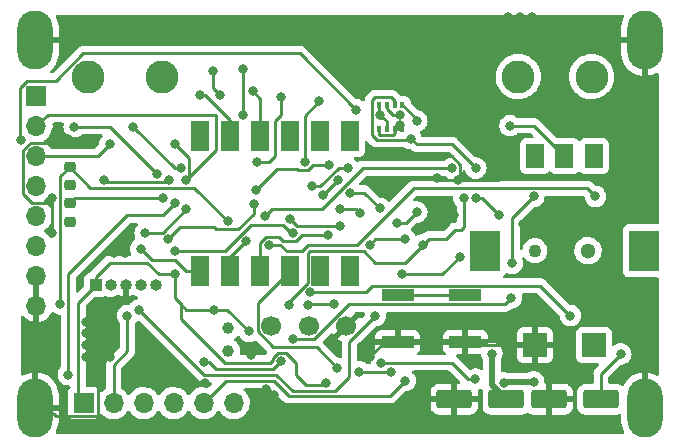
<source format=gbr>
%TF.GenerationSoftware,KiCad,Pcbnew,6.0.2-1.fc35*%
%TF.CreationDate,2022-04-22T15:47:53+02:00*%
%TF.ProjectId,LEDnode,4c45446e-6f64-4652-9e6b-696361645f70,rev?*%
%TF.SameCoordinates,Original*%
%TF.FileFunction,Copper,L1,Top*%
%TF.FilePolarity,Positive*%
%FSLAX46Y46*%
G04 Gerber Fmt 4.6, Leading zero omitted, Abs format (unit mm)*
G04 Created by KiCad (PCBNEW 6.0.2-1.fc35) date 2022-04-22 15:47:53*
%MOMM*%
%LPD*%
G01*
G04 APERTURE LIST*
G04 Aperture macros list*
%AMRoundRect*
0 Rectangle with rounded corners*
0 $1 Rounding radius*
0 $2 $3 $4 $5 $6 $7 $8 $9 X,Y pos of 4 corners*
0 Add a 4 corners polygon primitive as box body*
4,1,4,$2,$3,$4,$5,$6,$7,$8,$9,$2,$3,0*
0 Add four circle primitives for the rounded corners*
1,1,$1+$1,$2,$3*
1,1,$1+$1,$4,$5*
1,1,$1+$1,$6,$7*
1,1,$1+$1,$8,$9*
0 Add four rect primitives between the rounded corners*
20,1,$1+$1,$2,$3,$4,$5,0*
20,1,$1+$1,$4,$5,$6,$7,0*
20,1,$1+$1,$6,$7,$8,$9,0*
20,1,$1+$1,$8,$9,$2,$3,0*%
G04 Aperture macros list end*
%TA.AperFunction,ComponentPad*%
%ADD10C,2.800000*%
%TD*%
%TA.AperFunction,WasherPad*%
%ADD11C,1.100000*%
%TD*%
%TA.AperFunction,SMDPad,CuDef*%
%ADD12R,2.500000X3.500000*%
%TD*%
%TA.AperFunction,WasherPad*%
%ADD13C,1.300000*%
%TD*%
%TA.AperFunction,SMDPad,CuDef*%
%ADD14R,1.500000X2.000000*%
%TD*%
%TA.AperFunction,SMDPad,CuDef*%
%ADD15R,2.000000X2.000000*%
%TD*%
%TA.AperFunction,ComponentPad*%
%ADD16RoundRect,1.500000X0.000000X-1.000000X0.000000X-1.000000X0.000000X1.000000X0.000000X1.000000X0*%
%TD*%
%TA.AperFunction,SMDPad,CuDef*%
%ADD17RoundRect,0.250000X1.250000X0.550000X-1.250000X0.550000X-1.250000X-0.550000X1.250000X-0.550000X0*%
%TD*%
%TA.AperFunction,ComponentPad*%
%ADD18R,1.700000X1.700000*%
%TD*%
%TA.AperFunction,ComponentPad*%
%ADD19O,1.700000X1.700000*%
%TD*%
%TA.AperFunction,ComponentPad*%
%ADD20C,1.700000*%
%TD*%
%TA.AperFunction,SMDPad,CuDef*%
%ADD21R,2.750000X1.000000*%
%TD*%
%TA.AperFunction,SMDPad,CuDef*%
%ADD22R,1.500000X2.500000*%
%TD*%
%TA.AperFunction,ComponentPad*%
%ADD23C,1.000000*%
%TD*%
%TA.AperFunction,ComponentPad*%
%ADD24R,1.000000X1.000000*%
%TD*%
%TA.AperFunction,ComponentPad*%
%ADD25O,1.000000X1.000000*%
%TD*%
%TA.AperFunction,SMDPad,CuDef*%
%ADD26RoundRect,0.218750X0.256250X-0.218750X0.256250X0.218750X-0.256250X0.218750X-0.256250X-0.218750X0*%
%TD*%
%TA.AperFunction,SMDPad,CuDef*%
%ADD27R,0.350000X0.500000*%
%TD*%
%TA.AperFunction,ViaPad*%
%ADD28C,0.800000*%
%TD*%
%TA.AperFunction,Conductor*%
%ADD29C,0.500000*%
%TD*%
%TA.AperFunction,Conductor*%
%ADD30C,0.250000*%
%TD*%
G04 APERTURE END LIST*
D10*
%TO.P,J1,1,Pin_1*%
%TO.N,/INPUT*%
X82700000Y-74250000D03*
X88900000Y-74250000D03*
%TO.P,J1,2,Pin_2*%
%TO.N,Net-(D1-Pad1)*%
X119100000Y-74250000D03*
X125300000Y-74250000D03*
%TD*%
D11*
%TO.P,SW1,*%
%TO.N,*%
X120500000Y-89000000D03*
D12*
X116250000Y-89000000D03*
D13*
X125000000Y-89000000D03*
D12*
X129750000Y-89000000D03*
D14*
%TO.P,SW1,A,A*%
%TO.N,Net-(R10-Pad2)*%
X125500000Y-81000000D03*
%TO.P,SW1,B,B*%
%TO.N,Net-(R11-Pad2)*%
X120500000Y-81000000D03*
%TO.P,SW1,C,C*%
%TO.N,Net-(Q6-Pad3)*%
X123000000Y-81000000D03*
D15*
%TO.P,SW1,S1,S1*%
%TO.N,Net-(R14-Pad1)*%
X125500000Y-97000000D03*
%TO.P,SW1,S2,S2*%
%TO.N,GND*%
X120500000Y-97000000D03*
%TD*%
D16*
%TO.P,H4,1,1*%
%TO.N,GND*%
X78200000Y-71200000D03*
%TD*%
D17*
%TO.P,C5,1*%
%TO.N,+3V3*%
X126100000Y-101570000D03*
%TO.P,C5,2*%
%TO.N,GND*%
X121700000Y-101570000D03*
%TD*%
D18*
%TO.P,J3,1,Pin_1*%
%TO.N,+3V3*%
X82300000Y-101900000D03*
D19*
%TO.P,J3,2,Pin_2*%
%TO.N,/Tx*%
X84840000Y-101900000D03*
%TO.P,J3,3,Pin_3*%
%TO.N,/Rx*%
X87380000Y-101900000D03*
%TO.P,J3,4,Pin_4*%
%TO.N,/SDA*%
X89920000Y-101900000D03*
%TO.P,J3,5,Pin_5*%
%TO.N,/SCL*%
X92460000Y-101900000D03*
%TO.P,J3,6,Pin_6*%
%TO.N,/ADC*%
X95000000Y-101900000D03*
%TD*%
D16*
%TO.P,H3,1,1*%
%TO.N,GND*%
X129800000Y-102300000D03*
%TD*%
D20*
%TO.P,SW2,1,A*%
%TO.N,GND*%
X104541964Y-95361429D03*
%TO.P,SW2,2,B*%
%TO.N,Net-(R2-Pad1)*%
X101341964Y-95361429D03*
%TO.P,SW2,3,C*%
%TO.N,unconnected-(SW2-Pad3)*%
X98141964Y-95361429D03*
%TD*%
D17*
%TO.P,C2,1*%
%TO.N,/INPUT*%
X118080000Y-101570000D03*
%TO.P,C2,2*%
%TO.N,GND*%
X113680000Y-101570000D03*
%TD*%
D21*
%TO.P,SW3,1,A*%
%TO.N,GND*%
X108875000Y-96750000D03*
X114625000Y-96750000D03*
%TO.P,SW3,2,B*%
%TO.N,Net-(R6-Pad1)*%
X114625000Y-92750000D03*
X108875000Y-92750000D03*
%TD*%
D16*
%TO.P,H1,1,1*%
%TO.N,GND*%
X129800000Y-71200000D03*
%TD*%
D18*
%TO.P,J4,1,Pin_1*%
%TO.N,/LED2*%
X78300000Y-75900000D03*
D19*
%TO.P,J4,2,Pin_2*%
%TO.N,/DISP_0*%
X78300000Y-78440000D03*
%TO.P,J4,3,Pin_3*%
%TO.N,/DISP_A*%
X78300000Y-80980000D03*
%TO.P,J4,4,Pin_4*%
%TO.N,/DISP_B*%
X78300000Y-83520000D03*
%TO.P,J4,5,Pin_5*%
%TO.N,/DISP_F*%
X78300000Y-86060000D03*
%TO.P,J4,6,Pin_6*%
%TO.N,/MODE*%
X78300000Y-88600000D03*
%TO.P,J4,7,Pin_7*%
%TO.N,GND*%
X78300000Y-91140000D03*
%TO.P,J4,8,Pin_8*%
X78300000Y-93680000D03*
%TD*%
D22*
%TO.P,U2,1,e*%
%TO.N,Net-(U2-Pad1)*%
X92150000Y-90715000D03*
%TO.P,U2,2,d*%
%TO.N,Net-(U2-Pad2)*%
X94690000Y-90715000D03*
%TO.P,U2,3,DPX*%
%TO.N,Net-(U2-Pad3)*%
X97230000Y-90715000D03*
%TO.P,U2,4,c*%
%TO.N,Net-(U2-Pad4)*%
X99770000Y-90715000D03*
%TO.P,U2,5,g*%
%TO.N,Net-(U2-Pad5)*%
X102310000Y-90715000D03*
%TO.P,U2,6,CC4*%
%TO.N,Net-(Q4-Pad3)*%
X104850000Y-90715000D03*
%TO.P,U2,7,b*%
%TO.N,Net-(U2-Pad7)*%
X104850000Y-79285000D03*
%TO.P,U2,8,CC3*%
%TO.N,Net-(Q3-Pad3)*%
X102310000Y-79285000D03*
%TO.P,U2,9,CC2*%
%TO.N,Net-(Q2-Pad3)*%
X99770000Y-79285000D03*
%TO.P,U2,10,f*%
%TO.N,Net-(U2-Pad10)*%
X97230000Y-79285000D03*
%TO.P,U2,11,a*%
%TO.N,Net-(U2-Pad11)*%
X94690000Y-79285000D03*
%TO.P,U2,12,CC1*%
%TO.N,Net-(Q1-Pad3)*%
X92150000Y-79285000D03*
%TD*%
D23*
%TO.P,Y1,1,1*%
%TO.N,Net-(C9-Pad1)*%
X94550000Y-95550000D03*
%TO.P,Y1,2,2*%
%TO.N,Net-(C8-Pad1)*%
X94550000Y-97450000D03*
%TD*%
D24*
%TO.P,J2,1,Pin_1*%
%TO.N,+3V3*%
X83350000Y-91900000D03*
D25*
%TO.P,J2,2,Pin_2*%
%TO.N,/SYS_SWDCLK*%
X84620000Y-91900000D03*
%TO.P,J2,3,Pin_3*%
%TO.N,GND*%
X85890000Y-91900000D03*
%TO.P,J2,4,Pin_4*%
%TO.N,/SYS_SWDIO*%
X87160000Y-91900000D03*
%TO.P,J2,5,Pin_5*%
%TO.N,/SYS_RST*%
X88430000Y-91900000D03*
%TD*%
D26*
%TO.P,D3,1,K*%
%TO.N,Net-(D3-Pad1)*%
X81100000Y-83475000D03*
%TO.P,D3,2,A*%
%TO.N,/ADC*%
X81100000Y-81900000D03*
%TD*%
D27*
%TO.P,U5,1,GND*%
%TO.N,GND*%
X107337011Y-76650000D03*
%TO.P,U5,2,CSB*%
%TO.N,+3V3*%
X107987011Y-76650000D03*
%TO.P,U5,3,SDI*%
%TO.N,/SDA*%
X108637011Y-76650000D03*
%TO.P,U5,4,SCK*%
%TO.N,/SCL*%
X109287011Y-76650000D03*
%TO.P,U5,5,SDO*%
%TO.N,+3V3*%
X109287011Y-78700000D03*
%TO.P,U5,6,VDDIO*%
X108637011Y-78700000D03*
%TO.P,U5,7,GND*%
%TO.N,GND*%
X107987011Y-78700000D03*
%TO.P,U5,8,VDD*%
%TO.N,+3V3*%
X107337011Y-78700000D03*
%TD*%
D16*
%TO.P,H2,1,1*%
%TO.N,GND*%
X78200000Y-102300000D03*
%TD*%
D26*
%TO.P,D2,1,K*%
%TO.N,Net-(D2-Pad1)*%
X81100000Y-86575000D03*
%TO.P,D2,2,A*%
%TO.N,/LED2*%
X81100000Y-85000000D03*
%TD*%
D28*
%TO.N,/INPUT*%
X116860000Y-97710000D03*
%TO.N,GND*%
X82500000Y-98000000D03*
X79000000Y-96500000D03*
X84900000Y-89200000D03*
X98450000Y-101250000D03*
X107412011Y-77475000D03*
X113674500Y-86000000D03*
X119500000Y-86750000D03*
X79651000Y-87500000D03*
X96500000Y-97825500D03*
X101600000Y-103350000D03*
X83500000Y-98000000D03*
X119250000Y-71250000D03*
X88500000Y-98000000D03*
X84500000Y-98000000D03*
X114625000Y-96700500D03*
X113630000Y-101500000D03*
X79651000Y-84500000D03*
X83500000Y-97000000D03*
X83500000Y-96000000D03*
X97700000Y-100700000D03*
X117500000Y-82750000D03*
X83500000Y-95000000D03*
X118250000Y-71250000D03*
X84500000Y-97000000D03*
X119250000Y-69250000D03*
X112225000Y-82875000D03*
X123500000Y-72000000D03*
X84500000Y-96000000D03*
X106500000Y-98000000D03*
X81000000Y-79500000D03*
X118250000Y-69250000D03*
X108000000Y-81000000D03*
X84500000Y-95000000D03*
X85800000Y-89200000D03*
X100750000Y-103350000D03*
X80000000Y-79500000D03*
X99900000Y-103350000D03*
X82500000Y-97000000D03*
X92549694Y-100224194D03*
X82500000Y-95000000D03*
X99050000Y-103350000D03*
X112000000Y-86000000D03*
X114000000Y-83000000D03*
X120250000Y-69250000D03*
X82500000Y-96000000D03*
%TO.N,+3V3*%
X101325000Y-93600000D03*
X93375000Y-94000000D03*
X120400000Y-100100000D03*
X96300000Y-95825000D03*
X109250000Y-90950000D03*
X114125000Y-89500000D03*
X107500000Y-98500000D03*
X109087011Y-78375000D03*
X115470000Y-99880000D03*
X109087011Y-77500000D03*
X117900000Y-100200000D03*
X103500000Y-93500000D03*
X102850000Y-100225980D03*
X90000000Y-91000000D03*
X127770000Y-97740000D03*
%TO.N,/ENC2*%
X100000000Y-96500000D03*
X118565332Y-90065332D03*
X118500000Y-93000000D03*
X120400000Y-84400000D03*
%TO.N,/ENC1*%
X98000000Y-88500000D03*
X125625000Y-84400000D03*
%TO.N,/MODE*%
X99000000Y-98325500D03*
X92456408Y-98431887D03*
%TO.N,Net-(D2-Pad1)*%
X81100000Y-86575000D03*
%TO.N,/SDA*%
X110000000Y-79500000D03*
X115500000Y-84500000D03*
X115500000Y-82000000D03*
X117500000Y-86000000D03*
%TO.N,/LED2*%
X89000000Y-84500000D03*
X88500000Y-82500000D03*
X81500000Y-78500000D03*
%TO.N,/SCL*%
X114500000Y-84500000D03*
X110500000Y-78000000D03*
X99675000Y-93600000D03*
X109500000Y-100000000D03*
X111000000Y-88500000D03*
%TO.N,Net-(D3-Pad1)*%
X81100000Y-83475000D03*
%TO.N,/ADC*%
X80325500Y-93500000D03*
X94500000Y-86500000D03*
%TO.N,/SYS_SWDCLK*%
X107000000Y-94500000D03*
X109500000Y-88000000D03*
X104000000Y-85500000D03*
X105674500Y-85825500D03*
X106500000Y-88500000D03*
X87000000Y-94000000D03*
%TO.N,/SYS_SWDIO*%
X100000000Y-87500000D03*
X90000000Y-89000000D03*
%TO.N,/Tx*%
X86000000Y-94500000D03*
X91000000Y-85500000D03*
X87500000Y-87500000D03*
%TO.N,/Rx*%
X90000000Y-85000000D03*
X81000000Y-99500000D03*
%TO.N,/DISP_0*%
X91000000Y-83000000D03*
X90000000Y-80000000D03*
%TO.N,/BUTTON1*%
X101498758Y-92511079D03*
X123500000Y-94500000D03*
%TO.N,/BUTTON2*%
X97631385Y-86074020D03*
X113500000Y-82000000D03*
%TO.N,/DISP_D*%
X104675000Y-82000000D03*
X101600000Y-83550000D03*
%TO.N,/DISP_1*%
X97000000Y-81500000D03*
X99000000Y-76000000D03*
%TO.N,Net-(Q1-Pad3)*%
X92150000Y-79285000D03*
%TO.N,/DISP_2*%
X101000000Y-81500000D03*
X102250000Y-76362500D03*
%TO.N,Net-(Q2-Pad3)*%
X99770000Y-79285000D03*
%TO.N,Net-(Q3-Pad3)*%
X102310000Y-79285000D03*
%TO.N,/DISP_A*%
X86500000Y-78500000D03*
X84500000Y-80000000D03*
X93250000Y-73750000D03*
X93825000Y-75800000D03*
X90500000Y-82000000D03*
%TO.N,Net-(Q4-Pad3)*%
X104850000Y-90715000D03*
%TO.N,Net-(Q6-Pad3)*%
X118400000Y-78400000D03*
%TO.N,Net-(R6-Pad1)*%
X114625000Y-92750000D03*
%TO.N,Net-(R10-Pad2)*%
X125541408Y-81041407D03*
%TO.N,Net-(R11-Pad2)*%
X120500000Y-81275000D03*
%TO.N,Net-(R14-Pad1)*%
X125408592Y-96908592D03*
%TO.N,/DISP_C*%
X108850000Y-86650000D03*
X102600000Y-84300000D03*
X104850000Y-84100000D03*
X110500000Y-85725000D03*
X107376944Y-85423056D03*
X103800000Y-83050000D03*
%TO.N,/DISP_E*%
X96700000Y-85050000D03*
X89448114Y-88004128D03*
%TO.N,/DISP_DP*%
X99750000Y-86300000D03*
X104000000Y-86900000D03*
%TO.N,/DISP_B*%
X76982906Y-79667094D03*
X105350000Y-77050000D03*
%TO.N,/DISP_F*%
X89500000Y-83000000D03*
X95750000Y-73625000D03*
X95750000Y-77550000D03*
X84000000Y-83000000D03*
%TO.N,Net-(U2-Pad11)*%
X92175000Y-75800000D03*
%TO.N,Net-(U2-Pad7)*%
X104850000Y-79285000D03*
%TO.N,Net-(U2-Pad4)*%
X105650000Y-99250000D03*
X103750000Y-98950000D03*
X108350000Y-99250000D03*
%TO.N,Net-(U2-Pad2)*%
X103100000Y-81750000D03*
X96051944Y-88151944D03*
X96900000Y-83850000D03*
%TO.N,Net-(U2-Pad1)*%
X87125000Y-88850000D03*
%TO.N,Net-(U2-Pad10)*%
X96600000Y-75500000D03*
%TO.N,Net-(U2-Pad5)*%
X102310000Y-90715000D03*
%TO.N,Net-(U2-Pad3)*%
X103000000Y-87650000D03*
%TD*%
D29*
%TO.N,/INPUT*%
X116860000Y-100350000D02*
X118080000Y-101570000D01*
X116860000Y-97710000D02*
X116860000Y-100350000D01*
D30*
%TO.N,GND*%
X113680000Y-101570000D02*
X113680000Y-101550000D01*
X79000000Y-96500000D02*
X78200000Y-97300000D01*
X108875000Y-96750000D02*
X114625000Y-96750000D01*
X78200000Y-97300000D02*
X78200000Y-101300000D01*
X108000000Y-81000000D02*
X113453904Y-81000000D01*
X114924500Y-97000000D02*
X114625000Y-96700500D01*
X107750000Y-96750000D02*
X108875000Y-96750000D01*
X79651000Y-87500000D02*
X79651000Y-84500000D01*
X77175489Y-84175489D02*
X77935489Y-84935489D01*
X107337011Y-77400000D02*
X107412011Y-77475000D01*
X77175489Y-80514211D02*
X77175489Y-84175489D01*
X112350000Y-83000000D02*
X112225000Y-82875000D01*
X79924511Y-103024511D02*
X83475489Y-103024511D01*
X106500000Y-98000000D02*
X107750000Y-96750000D01*
X113453904Y-81000000D02*
X114174511Y-81720607D01*
X107412011Y-77475000D02*
X107987011Y-78050000D01*
X83475489Y-103024511D02*
X83500000Y-103000000D01*
X79215511Y-84935489D02*
X79651000Y-84500000D01*
X114174511Y-81720607D02*
X114174511Y-82825489D01*
X83500000Y-103000000D02*
X83500000Y-98000000D01*
X114174511Y-82825489D02*
X114000000Y-83000000D01*
X107337011Y-76650000D02*
X107337011Y-77400000D01*
X78200000Y-101300000D02*
X79924511Y-103024511D01*
X77935489Y-84935489D02*
X79215511Y-84935489D01*
X112000000Y-86000000D02*
X113674500Y-86000000D01*
X79644511Y-79855489D02*
X77834211Y-79855489D01*
X80000000Y-79500000D02*
X79644511Y-79855489D01*
X107987011Y-78050000D02*
X107987011Y-78700000D01*
X114000000Y-83000000D02*
X112350000Y-83000000D01*
X117250000Y-83000000D02*
X117500000Y-82750000D01*
X90724194Y-100224194D02*
X92549694Y-100224194D01*
X88500000Y-98000000D02*
X90724194Y-100224194D01*
X114000000Y-83000000D02*
X117250000Y-83000000D01*
X77834211Y-79855489D02*
X77175489Y-80514211D01*
X113680000Y-101550000D02*
X113630000Y-101500000D01*
X120500000Y-97000000D02*
X114924500Y-97000000D01*
%TO.N,+3V3*%
X90000000Y-93000000D02*
X90500000Y-93500000D01*
X91000000Y-94000000D02*
X93375000Y-94000000D01*
X82300000Y-101900000D02*
X81825489Y-101425489D01*
X90000000Y-91000000D02*
X90000000Y-93000000D01*
X107987011Y-76974022D02*
X108512989Y-77500000D01*
X112625000Y-91000000D02*
X109300000Y-91000000D01*
X84500000Y-90050000D02*
X83350000Y-91200000D01*
D29*
X120400000Y-100100000D02*
X118000000Y-100100000D01*
D30*
X107361522Y-79224511D02*
X108462500Y-79224511D01*
X88650000Y-91000000D02*
X87700000Y-90050000D01*
X109287011Y-78575000D02*
X109087011Y-78375000D01*
X107337011Y-79200000D02*
X107361522Y-79224511D01*
X101150000Y-100400000D02*
X102675980Y-100400000D01*
X101425000Y-93500000D02*
X101325000Y-93600000D01*
X108637011Y-79050000D02*
X108637011Y-78700000D01*
X107987011Y-76650000D02*
X107987011Y-76974022D01*
X98720607Y-97650989D02*
X99350989Y-97650989D01*
X112625000Y-91000000D02*
X114125000Y-89500000D01*
X98325489Y-98224511D02*
X98325489Y-98046107D01*
X103500000Y-93500000D02*
X101425000Y-93500000D01*
X113500000Y-98500000D02*
X114880000Y-99880000D01*
X114880000Y-99880000D02*
X115470000Y-99880000D01*
X90500000Y-93500000D02*
X90500000Y-94750000D01*
X94475000Y-94000000D02*
X96300000Y-95825000D01*
X90000000Y-91000000D02*
X88650000Y-91000000D01*
X109287011Y-78700000D02*
X108637011Y-78700000D01*
X90500000Y-93500000D02*
X91000000Y-94000000D01*
D29*
X118000000Y-100100000D02*
X117900000Y-100200000D01*
D30*
X100275000Y-99525000D02*
X101150000Y-100400000D01*
X98325489Y-98046107D02*
X98720607Y-97650989D01*
X83350000Y-91200000D02*
X83350000Y-91900000D01*
X81825489Y-93424511D02*
X83350000Y-91900000D01*
X99400989Y-97650989D02*
X100275000Y-98525000D01*
X107500000Y-98500000D02*
X113500000Y-98500000D01*
X109300000Y-91000000D02*
X109250000Y-90950000D01*
X90500000Y-94750000D02*
X94250011Y-98500011D01*
X108512989Y-77500000D02*
X109087011Y-77500000D01*
X93375000Y-94000000D02*
X94475000Y-94000000D01*
X108462500Y-79224511D02*
X108637011Y-79050000D01*
X100275000Y-98525000D02*
X100275000Y-99525000D01*
X87700000Y-90050000D02*
X84500000Y-90050000D01*
X81825489Y-101425489D02*
X81825489Y-93424511D01*
X102675980Y-100400000D02*
X102850000Y-100225980D01*
X126100000Y-99410000D02*
X127770000Y-97740000D01*
X107337011Y-78700000D02*
X107337011Y-79200000D01*
X109287011Y-78700000D02*
X109287011Y-78575000D01*
X99350989Y-97650989D02*
X99400989Y-97650989D01*
X126100000Y-101570000D02*
X126100000Y-99410000D01*
X98049989Y-98500011D02*
X98325489Y-98224511D01*
X94250011Y-98500011D02*
X98049989Y-98500011D01*
%TO.N,/ENC2*%
X100000000Y-96500000D02*
X101793693Y-96500000D01*
X117975489Y-93524511D02*
X118500000Y-93000000D01*
X118565332Y-86234668D02*
X120400000Y-84400000D01*
X101793693Y-96500000D02*
X104769182Y-93524511D01*
X118565332Y-90065332D02*
X118565332Y-86234668D01*
X104769182Y-93524511D02*
X117975489Y-93524511D01*
%TO.N,/ENC1*%
X101300000Y-88500000D02*
X105453904Y-88500000D01*
X110228415Y-83725489D02*
X124950489Y-83725489D01*
X98000000Y-88500000D02*
X98950000Y-88500000D01*
X99500000Y-89050000D02*
X100750000Y-89050000D01*
X100750000Y-89050000D02*
X101300000Y-88500000D01*
X98950000Y-88500000D02*
X99500000Y-89050000D01*
X105453904Y-88500000D02*
X110228415Y-83725489D01*
X124950489Y-83725489D02*
X125625000Y-84400000D01*
%TO.N,/MODE*%
X98325500Y-99000000D02*
X99000000Y-98325500D01*
X98325500Y-99000000D02*
X93500000Y-99000000D01*
X92931887Y-98431887D02*
X92456408Y-98431887D01*
X93500000Y-99000000D02*
X92931887Y-98431887D01*
%TO.N,/SDA*%
X108637011Y-76325978D02*
X108637011Y-76650000D01*
X113500000Y-80000000D02*
X115500000Y-82000000D01*
X109875969Y-79624031D02*
X107124031Y-79624031D01*
X110500000Y-80000000D02*
X110000000Y-79500000D01*
X106737500Y-79237500D02*
X106737500Y-76262500D01*
X106737500Y-76262500D02*
X107000000Y-76000000D01*
X117500000Y-86000000D02*
X116000000Y-84500000D01*
X110500000Y-80000000D02*
X113500000Y-80000000D01*
X107000000Y-76000000D02*
X108311033Y-76000000D01*
X107124031Y-79624031D02*
X106737500Y-79237500D01*
X116000000Y-84500000D02*
X115500000Y-84500000D01*
X108311033Y-76000000D02*
X108637011Y-76325978D01*
X110000000Y-79500000D02*
X109875969Y-79624031D01*
%TO.N,/LED2*%
X81600000Y-84500000D02*
X81100000Y-85000000D01*
X84500000Y-78500000D02*
X88500000Y-82500000D01*
X89000000Y-84500000D02*
X81600000Y-84500000D01*
X81500000Y-78500000D02*
X84500000Y-78500000D01*
%TO.N,/SCL*%
X113000000Y-88000000D02*
X113750000Y-87250000D01*
X110500000Y-78000000D02*
X110500000Y-77862989D01*
X111500000Y-88000000D02*
X113000000Y-88000000D01*
X101285489Y-91748533D02*
X101285489Y-89190489D01*
X108200000Y-101300000D02*
X109500000Y-100000000D01*
X99675000Y-93359022D02*
X101285489Y-91748533D01*
X101475978Y-89000000D02*
X106000000Y-89000000D01*
X110500000Y-77862989D02*
X109287011Y-76650000D01*
X107000000Y-90000000D02*
X109500000Y-90000000D01*
X106000000Y-89000000D02*
X107000000Y-90000000D01*
X98400000Y-100000000D02*
X99700000Y-101300000D01*
X99675000Y-93600000D02*
X99675000Y-93359022D01*
X99700000Y-101300000D02*
X108200000Y-101300000D01*
X114500000Y-87000000D02*
X114500000Y-84500000D01*
X111000000Y-88500000D02*
X111500000Y-88000000D01*
X113750000Y-87250000D02*
X114250000Y-87250000D01*
X92460000Y-101900000D02*
X94360000Y-100000000D01*
X101285489Y-89190489D02*
X101475978Y-89000000D01*
X114250000Y-87250000D02*
X114500000Y-87000000D01*
X94360000Y-100000000D02*
X98400000Y-100000000D01*
X109500000Y-90000000D02*
X111000000Y-88500000D01*
%TO.N,/ADC*%
X81100000Y-81900000D02*
X82874511Y-83674511D01*
X91674511Y-83674511D02*
X94500000Y-86500000D01*
X80325500Y-82674500D02*
X80325500Y-93500000D01*
X82874511Y-83674511D02*
X91674511Y-83674511D01*
X81100000Y-81900000D02*
X80325500Y-82674500D01*
%TO.N,/SYS_SWDCLK*%
X104799520Y-96700480D02*
X107000000Y-94500000D01*
X104000000Y-85500000D02*
X105349000Y-85500000D01*
X109500000Y-88000000D02*
X107000000Y-88000000D01*
X105349000Y-85500000D02*
X105674500Y-85825500D01*
X100000480Y-100900480D02*
X103549520Y-100900480D01*
X103549520Y-100900480D02*
X104799520Y-99650480D01*
X107000000Y-88000000D02*
X106500000Y-88500000D01*
X104799520Y-99650480D02*
X104799520Y-96700480D01*
X92500000Y-99500000D02*
X98600000Y-99500000D01*
X98600000Y-99500000D02*
X100000480Y-100900480D01*
X87000000Y-94000000D02*
X92500000Y-99500000D01*
%TO.N,/SYS_SWDIO*%
X99150000Y-86800000D02*
X99850000Y-87500000D01*
X99850000Y-87500000D02*
X100000000Y-87500000D01*
X96450000Y-86800000D02*
X99150000Y-86800000D01*
X94250000Y-89000000D02*
X96450000Y-86800000D01*
X90000000Y-89000000D02*
X94250000Y-89000000D01*
%TO.N,/Tx*%
X89000000Y-87500000D02*
X91000000Y-85500000D01*
X84840000Y-98660000D02*
X86000000Y-97500000D01*
X87500000Y-87500000D02*
X89000000Y-87500000D01*
X84840000Y-101900000D02*
X84840000Y-98660000D01*
X86000000Y-97500000D02*
X86000000Y-94500000D01*
%TO.N,/Rx*%
X81000000Y-91000000D02*
X81000000Y-99500000D01*
X86000000Y-86000000D02*
X81000000Y-91000000D01*
X89000000Y-86000000D02*
X86000000Y-86000000D01*
X90000000Y-85000000D02*
X89000000Y-86000000D01*
%TO.N,/DISP_0*%
X91174511Y-81174511D02*
X91174511Y-82825489D01*
X93500000Y-77500000D02*
X93500000Y-80500000D01*
X90000000Y-80000000D02*
X91174511Y-81174511D01*
X91000000Y-83000000D02*
X93500000Y-80500000D01*
X79240000Y-77500000D02*
X93500000Y-77500000D01*
X78300000Y-78440000D02*
X79240000Y-77500000D01*
%TO.N,/BUTTON1*%
X120975489Y-91975489D02*
X123500000Y-94500000D01*
X101498758Y-92511079D02*
X106212057Y-92511079D01*
X106747647Y-91975489D02*
X120975489Y-91975489D01*
X106212057Y-92511079D02*
X106747647Y-91975489D01*
%TO.N,/BUTTON2*%
X102453904Y-85500000D02*
X105953904Y-82000000D01*
X97631385Y-86074020D02*
X98205405Y-85500000D01*
X105953904Y-82000000D02*
X113500000Y-82000000D01*
X98205405Y-85500000D02*
X102453904Y-85500000D01*
%TO.N,/DISP_D*%
X103896096Y-82000000D02*
X104675000Y-82000000D01*
X101600000Y-83550000D02*
X102346096Y-83550000D01*
X102346096Y-83550000D02*
X103896096Y-82000000D01*
%TO.N,/DISP_1*%
X98500000Y-78000000D02*
X98500000Y-81000000D01*
X99000000Y-76000000D02*
X99000000Y-77500000D01*
X99000000Y-77500000D02*
X98500000Y-78000000D01*
X98000000Y-81500000D02*
X97000000Y-81500000D01*
X98500000Y-81000000D02*
X98000000Y-81500000D01*
%TO.N,/DISP_2*%
X101000000Y-81500000D02*
X101000000Y-77612500D01*
X101000000Y-77612500D02*
X102250000Y-76362500D01*
%TO.N,/DISP_A*%
X93250000Y-75225000D02*
X93825000Y-75800000D01*
X93250000Y-73750000D02*
X93250000Y-75225000D01*
X83520000Y-80980000D02*
X84500000Y-80000000D01*
X90000000Y-82000000D02*
X90500000Y-82000000D01*
X78300000Y-80980000D02*
X83520000Y-80980000D01*
X86500000Y-78500000D02*
X90000000Y-82000000D01*
%TO.N,Net-(Q6-Pad3)*%
X123000000Y-81000000D02*
X120400000Y-78400000D01*
X120400000Y-78400000D02*
X118400000Y-78400000D01*
%TO.N,Net-(R6-Pad1)*%
X108875000Y-92750000D02*
X114625000Y-92750000D01*
%TO.N,Net-(R11-Pad2)*%
X120500000Y-81000000D02*
X120500000Y-81275000D01*
%TO.N,/DISP_C*%
X102600000Y-84250000D02*
X102600000Y-84300000D01*
X103800000Y-83050000D02*
X102600000Y-84250000D01*
X109575000Y-86650000D02*
X110500000Y-85725000D01*
X104850000Y-84100000D02*
X106053888Y-84100000D01*
X108850000Y-86650000D02*
X109575000Y-86650000D01*
X106053888Y-84100000D02*
X107376944Y-85423056D01*
%TO.N,/DISP_E*%
X95375489Y-87174511D02*
X96700000Y-85850000D01*
X89448114Y-88004128D02*
X90452242Y-87000000D01*
X90452242Y-87000000D02*
X93350000Y-87000000D01*
X93524511Y-87174511D02*
X95375489Y-87174511D01*
X96700000Y-85850000D02*
X96700000Y-85050000D01*
X93350000Y-87000000D02*
X93524511Y-87174511D01*
%TO.N,/DISP_DP*%
X100350000Y-86900000D02*
X99750000Y-86300000D01*
X104000000Y-86900000D02*
X100350000Y-86900000D01*
%TO.N,/DISP_B*%
X76900000Y-75200000D02*
X76900000Y-79584188D01*
X79981883Y-74600000D02*
X77500000Y-74600000D01*
X100600000Y-72300000D02*
X82281883Y-72300000D01*
X76900000Y-79584188D02*
X76982906Y-79667094D01*
X105350000Y-77050000D02*
X100600000Y-72300000D01*
X79981883Y-74600000D02*
X82281883Y-72300000D01*
X77500000Y-74600000D02*
X76900000Y-75200000D01*
%TO.N,/DISP_F*%
X89325489Y-83174511D02*
X89500000Y-83000000D01*
X95750000Y-77550000D02*
X95750000Y-73625000D01*
X84000000Y-83000000D02*
X84174511Y-83174511D01*
X84174511Y-83174511D02*
X89325489Y-83174511D01*
%TO.N,Net-(U2-Pad11)*%
X94690000Y-77940000D02*
X92550000Y-75800000D01*
X92550000Y-75800000D02*
X92175000Y-75800000D01*
X94690000Y-79285000D02*
X94690000Y-77940000D01*
%TO.N,Net-(U2-Pad4)*%
X103750000Y-98900000D02*
X103750000Y-98950000D01*
X99770000Y-90715000D02*
X97017453Y-93467547D01*
X97017453Y-93467547D02*
X97017453Y-95827218D01*
X97017453Y-95827218D02*
X98364746Y-97174511D01*
X102024511Y-97174511D02*
X103750000Y-98900000D01*
X105650000Y-99250000D02*
X108350000Y-99250000D01*
X98364746Y-97174511D02*
X102024511Y-97174511D01*
%TO.N,Net-(U2-Pad2)*%
X100474511Y-82174511D02*
X101279393Y-82174511D01*
X94690000Y-89513888D02*
X96051944Y-88151944D01*
X100350000Y-82050000D02*
X100474511Y-82174511D01*
X96900000Y-83850000D02*
X98700000Y-82050000D01*
X98700000Y-82050000D02*
X100350000Y-82050000D01*
X94690000Y-90715000D02*
X94690000Y-89513888D01*
X101703904Y-81750000D02*
X103100000Y-81750000D01*
X101279393Y-82174511D02*
X101703904Y-81750000D01*
%TO.N,Net-(U2-Pad1)*%
X92150000Y-90715000D02*
X90965000Y-90715000D01*
X90965000Y-90715000D02*
X90050000Y-89800000D01*
X88075000Y-89800000D02*
X87125000Y-88850000D01*
X90050000Y-89800000D02*
X88075000Y-89800000D01*
%TO.N,Net-(U2-Pad10)*%
X97230000Y-76130000D02*
X97230000Y-79285000D01*
X96600000Y-75500000D02*
X97230000Y-76130000D01*
%TO.N,Net-(U2-Pad3)*%
X100803904Y-87650000D02*
X103000000Y-87650000D01*
X97230000Y-90715000D02*
X97230000Y-88316096D01*
X98840495Y-87825489D02*
X99207503Y-88192497D01*
X97230000Y-88316096D02*
X97720607Y-87825489D01*
X97720607Y-87825489D02*
X98840495Y-87825489D01*
X99207503Y-88192497D02*
X100261407Y-88192497D01*
X100261407Y-88192497D02*
X100803904Y-87650000D01*
%TD*%
%TA.AperFunction,Conductor*%
%TO.N,GND*%
G36*
X128015886Y-69028002D02*
G01*
X128062379Y-69081658D01*
X128072483Y-69151932D01*
X128053438Y-69202624D01*
X128041874Y-69220431D01*
X128037613Y-69228118D01*
X127922655Y-69474647D01*
X127919504Y-69482857D01*
X127839978Y-69742977D01*
X127837999Y-69751547D01*
X127795315Y-70021044D01*
X127794601Y-70028128D01*
X127792060Y-70086331D01*
X127792000Y-70089083D01*
X127792000Y-70927885D01*
X127796475Y-70943124D01*
X127797865Y-70944329D01*
X127805548Y-70946000D01*
X129928000Y-70946000D01*
X129996121Y-70966002D01*
X130042614Y-71019658D01*
X130054000Y-71072000D01*
X130054000Y-74174685D01*
X130057886Y-74187921D01*
X130072345Y-74189894D01*
X130248453Y-74162001D01*
X130257023Y-74160022D01*
X130517143Y-74080496D01*
X130525353Y-74077345D01*
X130771882Y-73962387D01*
X130779569Y-73958126D01*
X130797376Y-73946562D01*
X130865401Y-73926236D01*
X130933616Y-73945915D01*
X130980364Y-73999349D01*
X130992000Y-74052235D01*
X130992000Y-86615500D01*
X130971998Y-86683621D01*
X130918342Y-86730114D01*
X130866000Y-86741500D01*
X128451866Y-86741500D01*
X128389684Y-86748255D01*
X128253295Y-86799385D01*
X128136739Y-86886739D01*
X128049385Y-87003295D01*
X127998255Y-87139684D01*
X127991500Y-87201866D01*
X127991500Y-90798134D01*
X127998255Y-90860316D01*
X128049385Y-90996705D01*
X128136739Y-91113261D01*
X128253295Y-91200615D01*
X128389684Y-91251745D01*
X128451866Y-91258500D01*
X130866000Y-91258500D01*
X130934121Y-91278502D01*
X130980614Y-91332158D01*
X130992000Y-91384500D01*
X130992000Y-99447765D01*
X130971998Y-99515886D01*
X130918342Y-99562379D01*
X130848068Y-99572483D01*
X130797376Y-99553438D01*
X130779569Y-99541874D01*
X130771882Y-99537613D01*
X130525353Y-99422655D01*
X130517143Y-99419504D01*
X130257023Y-99339978D01*
X130248453Y-99337999D01*
X130071894Y-99310034D01*
X130058211Y-99311802D01*
X130054000Y-99325774D01*
X130054000Y-102428000D01*
X130033998Y-102496121D01*
X129980342Y-102542614D01*
X129928000Y-102554000D01*
X129672000Y-102554000D01*
X129603879Y-102533998D01*
X129557386Y-102480342D01*
X129546000Y-102428000D01*
X129546000Y-99325315D01*
X129542114Y-99312079D01*
X129527655Y-99310106D01*
X129351547Y-99337999D01*
X129342977Y-99339978D01*
X129082857Y-99419504D01*
X129074647Y-99422655D01*
X128828118Y-99537613D01*
X128820428Y-99541876D01*
X128592300Y-99690024D01*
X128585281Y-99695314D01*
X128379976Y-99873783D01*
X128373783Y-99879976D01*
X128195314Y-100085281D01*
X128190024Y-100092300D01*
X128041876Y-100320428D01*
X128037611Y-100328122D01*
X128015319Y-100375928D01*
X127968403Y-100429213D01*
X127900126Y-100448675D01*
X127832166Y-100428134D01*
X127827111Y-100424496D01*
X127823303Y-100420695D01*
X127803519Y-100408500D01*
X127678968Y-100331725D01*
X127678966Y-100331724D01*
X127672738Y-100327885D01*
X127592995Y-100301436D01*
X127511389Y-100274368D01*
X127511387Y-100274368D01*
X127504861Y-100272203D01*
X127498025Y-100271503D01*
X127498022Y-100271502D01*
X127454969Y-100267091D01*
X127400400Y-100261500D01*
X126859500Y-100261500D01*
X126791379Y-100241498D01*
X126744886Y-100187842D01*
X126733500Y-100135500D01*
X126733500Y-99724594D01*
X126753502Y-99656473D01*
X126770405Y-99635499D01*
X127720499Y-98685405D01*
X127782811Y-98651379D01*
X127809594Y-98648500D01*
X127865487Y-98648500D01*
X127871939Y-98647128D01*
X127871944Y-98647128D01*
X127958888Y-98628647D01*
X128052288Y-98608794D01*
X128058319Y-98606109D01*
X128220722Y-98533803D01*
X128220724Y-98533802D01*
X128226752Y-98531118D01*
X128234452Y-98525524D01*
X128282157Y-98490864D01*
X128381253Y-98418866D01*
X128449678Y-98342872D01*
X128504621Y-98281852D01*
X128504622Y-98281851D01*
X128509040Y-98276944D01*
X128598081Y-98122721D01*
X128601223Y-98117279D01*
X128601224Y-98117278D01*
X128604527Y-98111556D01*
X128663542Y-97929928D01*
X128669282Y-97875321D01*
X128682814Y-97746565D01*
X128683504Y-97740000D01*
X128678957Y-97696734D01*
X128664232Y-97556635D01*
X128664232Y-97556633D01*
X128663542Y-97550072D01*
X128604527Y-97368444D01*
X128587207Y-97338444D01*
X128548911Y-97272115D01*
X128509040Y-97203056D01*
X128487177Y-97178774D01*
X128385675Y-97066045D01*
X128385674Y-97066044D01*
X128381253Y-97061134D01*
X128226752Y-96948882D01*
X128220724Y-96946198D01*
X128220722Y-96946197D01*
X128058319Y-96873891D01*
X128058318Y-96873891D01*
X128052288Y-96871206D01*
X127958888Y-96851353D01*
X127871944Y-96832872D01*
X127871939Y-96832872D01*
X127865487Y-96831500D01*
X127674513Y-96831500D01*
X127668061Y-96832872D01*
X127668056Y-96832872D01*
X127581112Y-96851353D01*
X127487712Y-96871206D01*
X127481682Y-96873891D01*
X127481681Y-96873891D01*
X127319278Y-96946197D01*
X127319276Y-96946198D01*
X127313248Y-96948882D01*
X127229313Y-97009865D01*
X127208561Y-97024942D01*
X127141694Y-97048800D01*
X127072542Y-97032720D01*
X127023062Y-96981806D01*
X127008500Y-96923006D01*
X127008500Y-95951866D01*
X127001745Y-95889684D01*
X126950615Y-95753295D01*
X126863261Y-95636739D01*
X126746705Y-95549385D01*
X126610316Y-95498255D01*
X126548134Y-95491500D01*
X124451866Y-95491500D01*
X124389684Y-95498255D01*
X124253295Y-95549385D01*
X124136739Y-95636739D01*
X124049385Y-95753295D01*
X123998255Y-95889684D01*
X123991500Y-95951866D01*
X123991500Y-98048134D01*
X123998255Y-98110316D01*
X124049385Y-98246705D01*
X124136739Y-98363261D01*
X124253295Y-98450615D01*
X124389684Y-98501745D01*
X124451866Y-98508500D01*
X125801405Y-98508500D01*
X125869526Y-98528502D01*
X125916019Y-98582158D01*
X125926123Y-98652432D01*
X125896629Y-98717012D01*
X125890500Y-98723595D01*
X125707747Y-98906348D01*
X125699461Y-98913888D01*
X125692982Y-98918000D01*
X125687557Y-98923777D01*
X125646357Y-98967651D01*
X125643602Y-98970493D01*
X125623865Y-98990230D01*
X125621385Y-98993427D01*
X125613682Y-99002447D01*
X125583414Y-99034679D01*
X125579595Y-99041625D01*
X125579593Y-99041628D01*
X125573652Y-99052434D01*
X125562801Y-99068953D01*
X125550386Y-99084959D01*
X125547241Y-99092228D01*
X125547238Y-99092232D01*
X125532826Y-99125537D01*
X125527609Y-99136187D01*
X125506305Y-99174940D01*
X125504334Y-99182615D01*
X125504334Y-99182616D01*
X125501267Y-99194562D01*
X125494863Y-99213266D01*
X125486819Y-99231855D01*
X125485580Y-99239678D01*
X125485577Y-99239688D01*
X125479901Y-99275524D01*
X125477495Y-99287144D01*
X125471093Y-99312079D01*
X125466500Y-99329970D01*
X125466500Y-99350224D01*
X125464949Y-99369934D01*
X125461780Y-99389943D01*
X125462526Y-99397835D01*
X125465941Y-99433961D01*
X125466500Y-99445819D01*
X125466500Y-100135500D01*
X125446498Y-100203621D01*
X125392842Y-100250114D01*
X125340500Y-100261500D01*
X124799600Y-100261500D01*
X124796354Y-100261837D01*
X124796350Y-100261837D01*
X124700692Y-100271762D01*
X124700688Y-100271763D01*
X124693834Y-100272474D01*
X124687298Y-100274655D01*
X124687296Y-100274655D01*
X124641518Y-100289928D01*
X124526054Y-100328450D01*
X124375652Y-100421522D01*
X124370479Y-100426704D01*
X124329413Y-100467842D01*
X124250695Y-100546697D01*
X124246855Y-100552927D01*
X124246854Y-100552928D01*
X124162477Y-100689813D01*
X124157885Y-100697262D01*
X124147179Y-100729541D01*
X124104445Y-100858381D01*
X124102203Y-100865139D01*
X124101503Y-100871975D01*
X124101502Y-100871978D01*
X124097927Y-100906870D01*
X124091500Y-100969600D01*
X124091500Y-102170400D01*
X124091837Y-102173646D01*
X124091837Y-102173650D01*
X124101752Y-102269206D01*
X124102474Y-102276166D01*
X124158450Y-102443946D01*
X124251522Y-102594348D01*
X124376697Y-102719305D01*
X124382927Y-102723145D01*
X124382928Y-102723146D01*
X124520288Y-102807816D01*
X124527262Y-102812115D01*
X124558928Y-102822618D01*
X124688611Y-102865632D01*
X124688613Y-102865632D01*
X124695139Y-102867797D01*
X124701975Y-102868497D01*
X124701978Y-102868498D01*
X124745031Y-102872909D01*
X124799600Y-102878500D01*
X127400400Y-102878500D01*
X127403646Y-102878163D01*
X127403650Y-102878163D01*
X127499308Y-102868238D01*
X127499312Y-102868237D01*
X127506166Y-102867526D01*
X127512708Y-102865343D01*
X127512710Y-102865343D01*
X127626124Y-102827505D01*
X127697074Y-102824920D01*
X127758158Y-102861103D01*
X127789983Y-102924567D01*
X127792001Y-102947028D01*
X127792001Y-103410915D01*
X127792061Y-103413672D01*
X127794601Y-103471855D01*
X127795317Y-103478972D01*
X127837999Y-103748453D01*
X127839978Y-103757023D01*
X127919504Y-104017143D01*
X127922655Y-104025353D01*
X128037613Y-104271882D01*
X128041874Y-104279569D01*
X128053438Y-104297376D01*
X128073764Y-104365401D01*
X128054085Y-104433616D01*
X128000651Y-104480364D01*
X127947765Y-104492000D01*
X80052235Y-104492000D01*
X79984114Y-104471998D01*
X79937621Y-104418342D01*
X79927517Y-104348068D01*
X79946562Y-104297376D01*
X79958126Y-104279569D01*
X79962387Y-104271882D01*
X80077345Y-104025353D01*
X80080496Y-104017143D01*
X80160022Y-103757023D01*
X80162001Y-103748453D01*
X80204685Y-103478956D01*
X80205399Y-103471872D01*
X80207940Y-103413669D01*
X80208000Y-103410917D01*
X80208000Y-102572115D01*
X80203525Y-102556876D01*
X80202135Y-102555671D01*
X80194452Y-102554000D01*
X78072000Y-102554000D01*
X78003879Y-102533998D01*
X77957386Y-102480342D01*
X77946000Y-102428000D01*
X77946000Y-102027885D01*
X78454000Y-102027885D01*
X78458475Y-102043124D01*
X78459865Y-102044329D01*
X78467548Y-102046000D01*
X80189884Y-102046000D01*
X80205123Y-102041525D01*
X80206328Y-102040135D01*
X80207999Y-102032452D01*
X80207999Y-101189086D01*
X80207939Y-101186328D01*
X80205399Y-101128145D01*
X80204683Y-101121028D01*
X80162001Y-100851547D01*
X80160022Y-100842977D01*
X80080496Y-100582857D01*
X80077345Y-100574647D01*
X79962387Y-100328118D01*
X79958124Y-100320428D01*
X79809976Y-100092300D01*
X79804686Y-100085281D01*
X79626217Y-99879976D01*
X79620024Y-99873783D01*
X79414719Y-99695314D01*
X79407700Y-99690024D01*
X79179572Y-99541876D01*
X79171882Y-99537613D01*
X78925353Y-99422655D01*
X78917143Y-99419504D01*
X78657023Y-99339978D01*
X78648453Y-99337999D01*
X78471894Y-99310034D01*
X78458211Y-99311802D01*
X78454000Y-99325774D01*
X78454000Y-102027885D01*
X77946000Y-102027885D01*
X77946000Y-99325315D01*
X77942114Y-99312079D01*
X77927655Y-99310106D01*
X77751547Y-99337999D01*
X77742977Y-99339978D01*
X77482857Y-99419504D01*
X77474647Y-99422655D01*
X77228118Y-99537613D01*
X77220431Y-99541874D01*
X77202624Y-99553438D01*
X77134599Y-99573764D01*
X77066384Y-99554085D01*
X77019636Y-99500651D01*
X77008000Y-99447765D01*
X77008000Y-94600588D01*
X77028002Y-94532467D01*
X77081658Y-94485974D01*
X77151932Y-94475870D01*
X77216512Y-94505364D01*
X77229237Y-94518090D01*
X77343218Y-94649673D01*
X77350580Y-94656883D01*
X77514434Y-94792916D01*
X77522881Y-94798831D01*
X77706756Y-94906279D01*
X77716042Y-94910729D01*
X77915001Y-94986703D01*
X77924899Y-94989579D01*
X78028250Y-95010606D01*
X78042299Y-95009410D01*
X78046000Y-94999065D01*
X78046000Y-91012000D01*
X78066002Y-90943879D01*
X78119658Y-90897386D01*
X78172000Y-90886000D01*
X78428000Y-90886000D01*
X78496121Y-90906002D01*
X78542614Y-90959658D01*
X78554000Y-91012000D01*
X78554000Y-94998517D01*
X78558064Y-95012359D01*
X78571478Y-95014393D01*
X78578184Y-95013534D01*
X78588262Y-95011392D01*
X78792255Y-94950191D01*
X78801842Y-94946433D01*
X78993095Y-94852739D01*
X79001945Y-94847464D01*
X79175328Y-94723792D01*
X79183200Y-94717139D01*
X79334052Y-94566812D01*
X79340730Y-94558965D01*
X79465003Y-94386020D01*
X79470310Y-94377188D01*
X79540702Y-94234763D01*
X79588816Y-94182557D01*
X79657517Y-94164650D01*
X79727720Y-94188655D01*
X79863406Y-94287237D01*
X79868748Y-94291118D01*
X79874776Y-94293802D01*
X79874778Y-94293803D01*
X80037181Y-94366109D01*
X80043212Y-94368794D01*
X80124254Y-94386020D01*
X80223556Y-94407128D01*
X80223561Y-94407128D01*
X80230013Y-94408500D01*
X80240500Y-94408500D01*
X80242665Y-94409136D01*
X80243182Y-94409190D01*
X80243172Y-94409285D01*
X80308621Y-94428502D01*
X80355114Y-94482158D01*
X80366500Y-94534500D01*
X80366500Y-98797476D01*
X80346498Y-98865597D01*
X80334142Y-98881779D01*
X80260960Y-98963056D01*
X80204344Y-99061117D01*
X80171505Y-99117997D01*
X80165473Y-99128444D01*
X80106458Y-99310072D01*
X80105768Y-99316633D01*
X80105768Y-99316635D01*
X80090895Y-99458148D01*
X80086496Y-99500000D01*
X80087186Y-99506565D01*
X80103026Y-99657270D01*
X80106458Y-99689928D01*
X80165473Y-99871556D01*
X80168776Y-99877278D01*
X80168777Y-99877279D01*
X80183917Y-99903502D01*
X80260960Y-100036944D01*
X80265378Y-100041851D01*
X80265379Y-100041852D01*
X80352149Y-100138220D01*
X80388747Y-100178866D01*
X80468580Y-100236868D01*
X80521269Y-100275149D01*
X80543248Y-100291118D01*
X80549276Y-100293802D01*
X80549278Y-100293803D01*
X80657558Y-100342012D01*
X80717712Y-100368794D01*
X80808012Y-100387988D01*
X80898056Y-100407128D01*
X80898061Y-100407128D01*
X80904513Y-100408500D01*
X81065989Y-100408500D01*
X81134110Y-100428502D01*
X81180603Y-100482158D01*
X81191989Y-100534500D01*
X81191989Y-100544831D01*
X81171987Y-100612952D01*
X81141557Y-100645655D01*
X81086739Y-100686739D01*
X80999385Y-100803295D01*
X80948255Y-100939684D01*
X80941500Y-101001866D01*
X80941500Y-102798134D01*
X80948255Y-102860316D01*
X80999385Y-102996705D01*
X81086739Y-103113261D01*
X81203295Y-103200615D01*
X81339684Y-103251745D01*
X81401866Y-103258500D01*
X83198134Y-103258500D01*
X83260316Y-103251745D01*
X83396705Y-103200615D01*
X83513261Y-103113261D01*
X83600615Y-102996705D01*
X83622799Y-102937529D01*
X83644598Y-102879382D01*
X83687240Y-102822618D01*
X83753802Y-102797918D01*
X83823150Y-102813126D01*
X83857817Y-102841114D01*
X83886250Y-102873938D01*
X84058126Y-103016632D01*
X84251000Y-103129338D01*
X84459692Y-103209030D01*
X84464760Y-103210061D01*
X84464763Y-103210062D01*
X84572017Y-103231883D01*
X84678597Y-103253567D01*
X84683772Y-103253757D01*
X84683774Y-103253757D01*
X84896673Y-103261564D01*
X84896677Y-103261564D01*
X84901837Y-103261753D01*
X84906957Y-103261097D01*
X84906959Y-103261097D01*
X85118288Y-103234025D01*
X85118289Y-103234025D01*
X85123416Y-103233368D01*
X85128366Y-103231883D01*
X85332429Y-103170661D01*
X85332434Y-103170659D01*
X85337384Y-103169174D01*
X85537994Y-103070896D01*
X85719860Y-102941173D01*
X85878096Y-102783489D01*
X85921741Y-102722751D01*
X86008453Y-102602077D01*
X86009776Y-102603028D01*
X86056645Y-102559857D01*
X86126580Y-102547625D01*
X86192026Y-102575144D01*
X86219875Y-102606994D01*
X86279987Y-102705088D01*
X86426250Y-102873938D01*
X86598126Y-103016632D01*
X86791000Y-103129338D01*
X86999692Y-103209030D01*
X87004760Y-103210061D01*
X87004763Y-103210062D01*
X87112017Y-103231883D01*
X87218597Y-103253567D01*
X87223772Y-103253757D01*
X87223774Y-103253757D01*
X87436673Y-103261564D01*
X87436677Y-103261564D01*
X87441837Y-103261753D01*
X87446957Y-103261097D01*
X87446959Y-103261097D01*
X87658288Y-103234025D01*
X87658289Y-103234025D01*
X87663416Y-103233368D01*
X87668366Y-103231883D01*
X87872429Y-103170661D01*
X87872434Y-103170659D01*
X87877384Y-103169174D01*
X88077994Y-103070896D01*
X88259860Y-102941173D01*
X88418096Y-102783489D01*
X88461741Y-102722751D01*
X88548453Y-102602077D01*
X88549776Y-102603028D01*
X88596645Y-102559857D01*
X88666580Y-102547625D01*
X88732026Y-102575144D01*
X88759875Y-102606994D01*
X88819987Y-102705088D01*
X88966250Y-102873938D01*
X89138126Y-103016632D01*
X89331000Y-103129338D01*
X89539692Y-103209030D01*
X89544760Y-103210061D01*
X89544763Y-103210062D01*
X89652017Y-103231883D01*
X89758597Y-103253567D01*
X89763772Y-103253757D01*
X89763774Y-103253757D01*
X89976673Y-103261564D01*
X89976677Y-103261564D01*
X89981837Y-103261753D01*
X89986957Y-103261097D01*
X89986959Y-103261097D01*
X90198288Y-103234025D01*
X90198289Y-103234025D01*
X90203416Y-103233368D01*
X90208366Y-103231883D01*
X90412429Y-103170661D01*
X90412434Y-103170659D01*
X90417384Y-103169174D01*
X90617994Y-103070896D01*
X90799860Y-102941173D01*
X90958096Y-102783489D01*
X91001741Y-102722751D01*
X91088453Y-102602077D01*
X91089776Y-102603028D01*
X91136645Y-102559857D01*
X91206580Y-102547625D01*
X91272026Y-102575144D01*
X91299875Y-102606994D01*
X91359987Y-102705088D01*
X91506250Y-102873938D01*
X91678126Y-103016632D01*
X91871000Y-103129338D01*
X92079692Y-103209030D01*
X92084760Y-103210061D01*
X92084763Y-103210062D01*
X92192017Y-103231883D01*
X92298597Y-103253567D01*
X92303772Y-103253757D01*
X92303774Y-103253757D01*
X92516673Y-103261564D01*
X92516677Y-103261564D01*
X92521837Y-103261753D01*
X92526957Y-103261097D01*
X92526959Y-103261097D01*
X92738288Y-103234025D01*
X92738289Y-103234025D01*
X92743416Y-103233368D01*
X92748366Y-103231883D01*
X92952429Y-103170661D01*
X92952434Y-103170659D01*
X92957384Y-103169174D01*
X93157994Y-103070896D01*
X93339860Y-102941173D01*
X93498096Y-102783489D01*
X93541741Y-102722751D01*
X93628453Y-102602077D01*
X93629776Y-102603028D01*
X93676645Y-102559857D01*
X93746580Y-102547625D01*
X93812026Y-102575144D01*
X93839875Y-102606994D01*
X93899987Y-102705088D01*
X94046250Y-102873938D01*
X94218126Y-103016632D01*
X94411000Y-103129338D01*
X94619692Y-103209030D01*
X94624760Y-103210061D01*
X94624763Y-103210062D01*
X94732017Y-103231883D01*
X94838597Y-103253567D01*
X94843772Y-103253757D01*
X94843774Y-103253757D01*
X95056673Y-103261564D01*
X95056677Y-103261564D01*
X95061837Y-103261753D01*
X95066957Y-103261097D01*
X95066959Y-103261097D01*
X95278288Y-103234025D01*
X95278289Y-103234025D01*
X95283416Y-103233368D01*
X95288366Y-103231883D01*
X95492429Y-103170661D01*
X95492434Y-103170659D01*
X95497384Y-103169174D01*
X95697994Y-103070896D01*
X95879860Y-102941173D01*
X96038096Y-102783489D01*
X96081741Y-102722751D01*
X96165435Y-102606277D01*
X96168453Y-102602077D01*
X96172790Y-102593303D01*
X96265136Y-102406453D01*
X96265137Y-102406451D01*
X96267430Y-102401811D01*
X96305604Y-102276166D01*
X96330865Y-102193023D01*
X96330865Y-102193021D01*
X96332370Y-102188069D01*
X96335131Y-102167095D01*
X111672001Y-102167095D01*
X111672338Y-102173614D01*
X111682257Y-102269206D01*
X111685149Y-102282600D01*
X111736588Y-102436784D01*
X111742761Y-102449962D01*
X111828063Y-102587807D01*
X111837099Y-102599208D01*
X111951829Y-102713739D01*
X111963240Y-102722751D01*
X112101243Y-102807816D01*
X112114424Y-102813963D01*
X112268710Y-102865138D01*
X112282086Y-102868005D01*
X112376438Y-102877672D01*
X112382854Y-102878000D01*
X113407885Y-102878000D01*
X113423124Y-102873525D01*
X113424329Y-102872135D01*
X113426000Y-102864452D01*
X113426000Y-102859884D01*
X113934000Y-102859884D01*
X113938475Y-102875123D01*
X113939865Y-102876328D01*
X113947548Y-102877999D01*
X114977095Y-102877999D01*
X114983614Y-102877662D01*
X115079206Y-102867743D01*
X115092600Y-102864851D01*
X115246784Y-102813412D01*
X115259962Y-102807239D01*
X115397807Y-102721937D01*
X115409208Y-102712901D01*
X115523739Y-102598171D01*
X115532751Y-102586760D01*
X115617816Y-102448757D01*
X115623963Y-102435576D01*
X115675138Y-102281290D01*
X115678005Y-102267914D01*
X115687672Y-102173562D01*
X115688000Y-102167146D01*
X115688000Y-101842115D01*
X115683525Y-101826876D01*
X115682135Y-101825671D01*
X115674452Y-101824000D01*
X113952115Y-101824000D01*
X113936876Y-101828475D01*
X113935671Y-101829865D01*
X113934000Y-101837548D01*
X113934000Y-102859884D01*
X113426000Y-102859884D01*
X113426000Y-101842115D01*
X113421525Y-101826876D01*
X113420135Y-101825671D01*
X113412452Y-101824000D01*
X111690116Y-101824000D01*
X111674877Y-101828475D01*
X111673672Y-101829865D01*
X111672001Y-101837548D01*
X111672001Y-102167095D01*
X96335131Y-102167095D01*
X96361529Y-101966590D01*
X96362222Y-101938220D01*
X96363074Y-101903365D01*
X96363074Y-101903361D01*
X96363156Y-101900000D01*
X96344852Y-101677361D01*
X96290431Y-101460702D01*
X96201354Y-101255840D01*
X96156385Y-101186328D01*
X96082822Y-101072617D01*
X96082820Y-101072614D01*
X96080014Y-101068277D01*
X95929670Y-100903051D01*
X95897355Y-100877530D01*
X95873109Y-100858381D01*
X95832047Y-100800464D01*
X95828815Y-100729541D01*
X95864441Y-100668130D01*
X95927612Y-100635728D01*
X95951202Y-100633500D01*
X98085406Y-100633500D01*
X98153527Y-100653502D01*
X98174501Y-100670405D01*
X99196343Y-101692247D01*
X99203887Y-101700537D01*
X99208000Y-101707018D01*
X99213777Y-101712443D01*
X99257667Y-101753658D01*
X99260509Y-101756413D01*
X99280231Y-101776135D01*
X99283355Y-101778558D01*
X99283359Y-101778562D01*
X99283424Y-101778612D01*
X99292445Y-101786317D01*
X99324679Y-101816586D01*
X99331627Y-101820405D01*
X99331629Y-101820407D01*
X99342432Y-101826346D01*
X99358959Y-101837202D01*
X99368698Y-101844757D01*
X99368700Y-101844758D01*
X99374960Y-101849614D01*
X99415540Y-101867174D01*
X99426188Y-101872391D01*
X99450976Y-101886018D01*
X99464940Y-101893695D01*
X99472616Y-101895666D01*
X99472619Y-101895667D01*
X99484562Y-101898733D01*
X99503267Y-101905137D01*
X99521855Y-101913181D01*
X99529678Y-101914420D01*
X99529688Y-101914423D01*
X99565524Y-101920099D01*
X99577144Y-101922505D01*
X99608959Y-101930673D01*
X99619970Y-101933500D01*
X99640224Y-101933500D01*
X99659934Y-101935051D01*
X99679943Y-101938220D01*
X99687835Y-101937474D01*
X99706580Y-101935702D01*
X99723962Y-101934059D01*
X99735819Y-101933500D01*
X108121233Y-101933500D01*
X108132416Y-101934027D01*
X108139909Y-101935702D01*
X108147835Y-101935453D01*
X108147836Y-101935453D01*
X108207986Y-101933562D01*
X108211945Y-101933500D01*
X108239856Y-101933500D01*
X108243791Y-101933003D01*
X108243856Y-101932995D01*
X108255693Y-101932062D01*
X108287951Y-101931048D01*
X108291970Y-101930922D01*
X108299889Y-101930673D01*
X108319343Y-101925021D01*
X108338700Y-101921013D01*
X108350930Y-101919468D01*
X108350931Y-101919468D01*
X108358797Y-101918474D01*
X108366168Y-101915555D01*
X108366170Y-101915555D01*
X108399912Y-101902196D01*
X108411142Y-101898351D01*
X108445983Y-101888229D01*
X108445984Y-101888229D01*
X108453593Y-101886018D01*
X108460412Y-101881985D01*
X108460417Y-101881983D01*
X108471028Y-101875707D01*
X108488776Y-101867012D01*
X108507617Y-101859552D01*
X108543387Y-101833564D01*
X108553307Y-101827048D01*
X108584535Y-101808580D01*
X108584538Y-101808578D01*
X108591362Y-101804542D01*
X108605683Y-101790221D01*
X108620717Y-101777380D01*
X108622431Y-101776135D01*
X108637107Y-101765472D01*
X108665298Y-101731395D01*
X108673288Y-101722616D01*
X109098019Y-101297885D01*
X111672000Y-101297885D01*
X111676475Y-101313124D01*
X111677865Y-101314329D01*
X111685548Y-101316000D01*
X113407885Y-101316000D01*
X113423124Y-101311525D01*
X113424329Y-101310135D01*
X113426000Y-101302452D01*
X113426000Y-100280116D01*
X113421525Y-100264877D01*
X113420135Y-100263672D01*
X113412452Y-100262001D01*
X112382905Y-100262001D01*
X112376386Y-100262338D01*
X112280794Y-100272257D01*
X112267400Y-100275149D01*
X112113216Y-100326588D01*
X112100038Y-100332761D01*
X111962193Y-100418063D01*
X111950792Y-100427099D01*
X111836261Y-100541829D01*
X111827249Y-100553240D01*
X111742184Y-100691243D01*
X111736037Y-100704424D01*
X111684862Y-100858710D01*
X111681995Y-100872086D01*
X111672328Y-100966438D01*
X111672000Y-100972855D01*
X111672000Y-101297885D01*
X109098019Y-101297885D01*
X109450499Y-100945405D01*
X109512811Y-100911379D01*
X109539594Y-100908500D01*
X109595487Y-100908500D01*
X109601939Y-100907128D01*
X109601944Y-100907128D01*
X109688887Y-100888647D01*
X109782288Y-100868794D01*
X109788319Y-100866109D01*
X109950722Y-100793803D01*
X109950724Y-100793802D01*
X109956752Y-100791118D01*
X109973616Y-100778866D01*
X110015103Y-100748723D01*
X110111253Y-100678866D01*
X110120920Y-100668130D01*
X110234621Y-100541852D01*
X110234622Y-100541851D01*
X110239040Y-100536944D01*
X110313197Y-100408500D01*
X110331223Y-100377279D01*
X110331224Y-100377278D01*
X110334527Y-100371556D01*
X110393542Y-100189928D01*
X110396990Y-100157128D01*
X110412814Y-100006565D01*
X110413504Y-100000000D01*
X110405079Y-99919843D01*
X110394232Y-99816635D01*
X110394232Y-99816633D01*
X110393542Y-99810072D01*
X110334527Y-99628444D01*
X110239040Y-99463056D01*
X110212843Y-99433961D01*
X110131671Y-99343810D01*
X110100953Y-99279803D01*
X110109718Y-99209349D01*
X110155181Y-99154818D01*
X110225307Y-99133500D01*
X113185406Y-99133500D01*
X113253527Y-99153502D01*
X113274501Y-99170405D01*
X114151001Y-100046905D01*
X114185027Y-100109217D01*
X114179962Y-100180032D01*
X114137415Y-100236868D01*
X114070895Y-100261679D01*
X114061906Y-100262000D01*
X113952115Y-100262000D01*
X113936876Y-100266475D01*
X113935671Y-100267865D01*
X113934000Y-100275548D01*
X113934000Y-101297885D01*
X113938475Y-101313124D01*
X113939865Y-101314329D01*
X113947548Y-101316000D01*
X115669884Y-101316000D01*
X115685123Y-101311525D01*
X115686328Y-101310135D01*
X115687999Y-101302452D01*
X115687999Y-100972905D01*
X115687662Y-100966386D01*
X115678370Y-100876833D01*
X115691235Y-100807012D01*
X115739806Y-100755230D01*
X115752448Y-100748723D01*
X115923967Y-100672358D01*
X115994334Y-100662924D01*
X116058631Y-100693030D01*
X116096445Y-100753119D01*
X116094809Y-100827131D01*
X116084369Y-100858608D01*
X116082203Y-100865139D01*
X116081503Y-100871975D01*
X116081502Y-100871978D01*
X116077927Y-100906870D01*
X116071500Y-100969600D01*
X116071500Y-102170400D01*
X116071837Y-102173646D01*
X116071837Y-102173650D01*
X116081752Y-102269206D01*
X116082474Y-102276166D01*
X116138450Y-102443946D01*
X116231522Y-102594348D01*
X116356697Y-102719305D01*
X116362927Y-102723145D01*
X116362928Y-102723146D01*
X116500288Y-102807816D01*
X116507262Y-102812115D01*
X116538928Y-102822618D01*
X116668611Y-102865632D01*
X116668613Y-102865632D01*
X116675139Y-102867797D01*
X116681975Y-102868497D01*
X116681978Y-102868498D01*
X116725031Y-102872909D01*
X116779600Y-102878500D01*
X119380400Y-102878500D01*
X119383646Y-102878163D01*
X119383650Y-102878163D01*
X119479308Y-102868238D01*
X119479312Y-102868237D01*
X119486166Y-102867526D01*
X119492702Y-102865345D01*
X119492704Y-102865345D01*
X119624806Y-102821272D01*
X119653946Y-102811550D01*
X119804348Y-102718478D01*
X119809520Y-102713297D01*
X119812128Y-102711230D01*
X119877939Y-102684595D01*
X119947703Y-102697767D01*
X119968481Y-102711095D01*
X119983240Y-102722751D01*
X120121243Y-102807816D01*
X120134424Y-102813963D01*
X120288710Y-102865138D01*
X120302086Y-102868005D01*
X120396438Y-102877672D01*
X120402854Y-102878000D01*
X121427885Y-102878000D01*
X121443124Y-102873525D01*
X121444329Y-102872135D01*
X121446000Y-102864452D01*
X121446000Y-102859884D01*
X121954000Y-102859884D01*
X121958475Y-102875123D01*
X121959865Y-102876328D01*
X121967548Y-102877999D01*
X122997095Y-102877999D01*
X123003614Y-102877662D01*
X123099206Y-102867743D01*
X123112600Y-102864851D01*
X123266784Y-102813412D01*
X123279962Y-102807239D01*
X123417807Y-102721937D01*
X123429208Y-102712901D01*
X123543739Y-102598171D01*
X123552751Y-102586760D01*
X123637816Y-102448757D01*
X123643963Y-102435576D01*
X123695138Y-102281290D01*
X123698005Y-102267914D01*
X123707672Y-102173562D01*
X123708000Y-102167146D01*
X123708000Y-101842115D01*
X123703525Y-101826876D01*
X123702135Y-101825671D01*
X123694452Y-101824000D01*
X121972115Y-101824000D01*
X121956876Y-101828475D01*
X121955671Y-101829865D01*
X121954000Y-101837548D01*
X121954000Y-102859884D01*
X121446000Y-102859884D01*
X121446000Y-101297885D01*
X121954000Y-101297885D01*
X121958475Y-101313124D01*
X121959865Y-101314329D01*
X121967548Y-101316000D01*
X123689884Y-101316000D01*
X123705123Y-101311525D01*
X123706328Y-101310135D01*
X123707999Y-101302452D01*
X123707999Y-100972905D01*
X123707662Y-100966386D01*
X123697743Y-100870794D01*
X123694851Y-100857400D01*
X123643412Y-100703216D01*
X123637239Y-100690038D01*
X123551937Y-100552193D01*
X123542901Y-100540792D01*
X123428171Y-100426261D01*
X123416760Y-100417249D01*
X123278757Y-100332184D01*
X123265576Y-100326037D01*
X123111290Y-100274862D01*
X123097914Y-100271995D01*
X123003562Y-100262328D01*
X122997145Y-100262000D01*
X121972115Y-100262000D01*
X121956876Y-100266475D01*
X121955671Y-100267865D01*
X121954000Y-100275548D01*
X121954000Y-101297885D01*
X121446000Y-101297885D01*
X121446000Y-100280116D01*
X121441525Y-100264877D01*
X121440135Y-100263672D01*
X121419217Y-100259122D01*
X121419661Y-100257082D01*
X121368293Y-100241999D01*
X121321800Y-100188343D01*
X121311105Y-100122828D01*
X121312814Y-100106571D01*
X121312814Y-100106565D01*
X121313504Y-100100000D01*
X121307598Y-100043803D01*
X121294232Y-99916635D01*
X121294232Y-99916633D01*
X121293542Y-99910072D01*
X121234527Y-99728444D01*
X121139040Y-99563056D01*
X121130963Y-99554085D01*
X121015675Y-99426045D01*
X121015674Y-99426044D01*
X121011253Y-99421134D01*
X120887478Y-99331206D01*
X120862094Y-99312763D01*
X120862093Y-99312762D01*
X120856752Y-99308882D01*
X120850724Y-99306198D01*
X120850722Y-99306197D01*
X120688319Y-99233891D01*
X120688318Y-99233891D01*
X120682288Y-99231206D01*
X120584423Y-99210404D01*
X120501944Y-99192872D01*
X120501939Y-99192872D01*
X120495487Y-99191500D01*
X120304513Y-99191500D01*
X120298061Y-99192872D01*
X120298056Y-99192872D01*
X120215577Y-99210404D01*
X120117712Y-99231206D01*
X120111682Y-99233891D01*
X120111681Y-99233891D01*
X119949278Y-99306197D01*
X119949276Y-99306198D01*
X119943248Y-99308882D01*
X119937909Y-99312761D01*
X119937902Y-99312765D01*
X119931472Y-99317437D01*
X119857413Y-99341500D01*
X118231693Y-99341500D01*
X118192756Y-99335333D01*
X118188319Y-99333891D01*
X118182288Y-99331206D01*
X118175836Y-99329834D01*
X118175831Y-99329833D01*
X118001944Y-99292872D01*
X118001939Y-99292872D01*
X117995487Y-99291500D01*
X117804513Y-99291500D01*
X117798058Y-99292872D01*
X117798049Y-99292873D01*
X117770698Y-99298687D01*
X117699907Y-99293286D01*
X117643274Y-99250470D01*
X117618780Y-99183832D01*
X117618500Y-99175441D01*
X117618500Y-98246999D01*
X117635381Y-98183999D01*
X117641281Y-98173781D01*
X117672728Y-98119313D01*
X117691223Y-98087279D01*
X117691224Y-98087278D01*
X117694527Y-98081556D01*
X117706512Y-98044669D01*
X118992001Y-98044669D01*
X118992371Y-98051490D01*
X118997895Y-98102352D01*
X119001521Y-98117604D01*
X119046676Y-98238054D01*
X119055214Y-98253649D01*
X119131715Y-98355724D01*
X119144276Y-98368285D01*
X119246351Y-98444786D01*
X119261946Y-98453324D01*
X119382394Y-98498478D01*
X119397649Y-98502105D01*
X119448514Y-98507631D01*
X119455328Y-98508000D01*
X120227885Y-98508000D01*
X120243124Y-98503525D01*
X120244329Y-98502135D01*
X120246000Y-98494452D01*
X120246000Y-98489884D01*
X120754000Y-98489884D01*
X120758475Y-98505123D01*
X120759865Y-98506328D01*
X120767548Y-98507999D01*
X121544669Y-98507999D01*
X121551490Y-98507629D01*
X121602352Y-98502105D01*
X121617604Y-98498479D01*
X121738054Y-98453324D01*
X121753649Y-98444786D01*
X121855724Y-98368285D01*
X121868285Y-98355724D01*
X121944786Y-98253649D01*
X121953324Y-98238054D01*
X121998478Y-98117606D01*
X122002105Y-98102351D01*
X122007631Y-98051486D01*
X122008000Y-98044672D01*
X122008000Y-97272115D01*
X122003525Y-97256876D01*
X122002135Y-97255671D01*
X121994452Y-97254000D01*
X120772115Y-97254000D01*
X120756876Y-97258475D01*
X120755671Y-97259865D01*
X120754000Y-97267548D01*
X120754000Y-98489884D01*
X120246000Y-98489884D01*
X120246000Y-97272115D01*
X120241525Y-97256876D01*
X120240135Y-97255671D01*
X120232452Y-97254000D01*
X119010116Y-97254000D01*
X118994877Y-97258475D01*
X118993672Y-97259865D01*
X118992001Y-97267548D01*
X118992001Y-98044669D01*
X117706512Y-98044669D01*
X117753542Y-97899928D01*
X117755745Y-97878973D01*
X117772814Y-97716565D01*
X117773504Y-97710000D01*
X117769774Y-97674513D01*
X117754232Y-97526635D01*
X117754232Y-97526633D01*
X117753542Y-97520072D01*
X117694527Y-97338444D01*
X117669254Y-97294669D01*
X117619662Y-97208774D01*
X117599040Y-97173056D01*
X117500694Y-97063831D01*
X117475675Y-97036045D01*
X117475674Y-97036044D01*
X117471253Y-97031134D01*
X117316752Y-96918882D01*
X117310724Y-96916198D01*
X117310722Y-96916197D01*
X117148319Y-96843891D01*
X117148318Y-96843891D01*
X117142288Y-96841206D01*
X117048888Y-96821353D01*
X116961944Y-96802872D01*
X116961939Y-96802872D01*
X116955487Y-96801500D01*
X116764513Y-96801500D01*
X116758061Y-96802872D01*
X116758056Y-96802872D01*
X116671113Y-96821353D01*
X116577712Y-96841206D01*
X116571682Y-96843891D01*
X116571681Y-96843891D01*
X116409278Y-96916197D01*
X116409276Y-96916198D01*
X116403248Y-96918882D01*
X116397907Y-96922762D01*
X116397906Y-96922763D01*
X116319215Y-96979936D01*
X116252348Y-97003794D01*
X116245154Y-97004000D01*
X114897115Y-97004000D01*
X114881876Y-97008475D01*
X114880671Y-97009865D01*
X114879000Y-97017548D01*
X114879000Y-97739884D01*
X114883475Y-97755123D01*
X114884865Y-97756328D01*
X114892548Y-97757999D01*
X115838090Y-97757999D01*
X115906211Y-97778001D01*
X115952704Y-97831657D01*
X115963400Y-97870828D01*
X115966458Y-97899928D01*
X116025473Y-98081556D01*
X116028776Y-98087278D01*
X116028777Y-98087279D01*
X116047272Y-98119313D01*
X116078720Y-98173781D01*
X116084619Y-98183999D01*
X116101500Y-98246999D01*
X116101500Y-98972661D01*
X116081498Y-99040782D01*
X116027842Y-99087275D01*
X115957568Y-99097379D01*
X115924252Y-99087768D01*
X115758323Y-99013892D01*
X115758315Y-99013889D01*
X115752288Y-99011206D01*
X115640413Y-98987426D01*
X115571944Y-98972872D01*
X115571939Y-98972872D01*
X115565487Y-98971500D01*
X115374513Y-98971500D01*
X115368061Y-98972872D01*
X115368056Y-98972872D01*
X115299587Y-98987426D01*
X115187712Y-99011206D01*
X115181685Y-99013889D01*
X115181677Y-99013892D01*
X115072663Y-99062428D01*
X115002296Y-99071862D01*
X114937999Y-99041755D01*
X114932337Y-99036433D01*
X114003641Y-98107736D01*
X113996112Y-98099462D01*
X113992000Y-98092982D01*
X113979833Y-98081556D01*
X113942349Y-98046357D01*
X113939507Y-98043602D01*
X113919770Y-98023865D01*
X113916573Y-98021385D01*
X113907551Y-98013680D01*
X113897877Y-98004595D01*
X113875321Y-97983414D01*
X113875036Y-97983257D01*
X113833747Y-97929709D01*
X113827675Y-97858972D01*
X113860809Y-97796182D01*
X113922631Y-97761273D01*
X113951164Y-97758000D01*
X114352885Y-97758000D01*
X114368124Y-97753525D01*
X114369329Y-97752135D01*
X114371000Y-97744452D01*
X114371000Y-97022115D01*
X114366525Y-97006876D01*
X114365135Y-97005671D01*
X114357452Y-97004000D01*
X112760116Y-97004000D01*
X112744877Y-97008475D01*
X112743672Y-97009865D01*
X112742001Y-97017548D01*
X112742001Y-97294669D01*
X112742371Y-97301490D01*
X112747895Y-97352352D01*
X112751521Y-97367604D01*
X112796676Y-97488054D01*
X112805214Y-97503649D01*
X112881715Y-97605724D01*
X112894277Y-97618286D01*
X112922815Y-97639674D01*
X112965330Y-97696533D01*
X112970356Y-97767352D01*
X112936296Y-97829645D01*
X112873965Y-97863635D01*
X112847250Y-97866500D01*
X110652750Y-97866500D01*
X110584629Y-97846498D01*
X110538136Y-97792842D01*
X110528032Y-97722568D01*
X110557526Y-97657988D01*
X110577185Y-97639674D01*
X110605723Y-97618286D01*
X110618285Y-97605724D01*
X110694786Y-97503649D01*
X110703324Y-97488054D01*
X110748478Y-97367606D01*
X110752105Y-97352351D01*
X110757631Y-97301486D01*
X110758000Y-97294672D01*
X110758000Y-97022115D01*
X110753525Y-97006876D01*
X110752135Y-97005671D01*
X110744452Y-97004000D01*
X107010116Y-97004000D01*
X106994877Y-97008475D01*
X106993672Y-97009865D01*
X106992001Y-97017548D01*
X106992001Y-97294669D01*
X106992371Y-97301490D01*
X106997895Y-97352352D01*
X107001521Y-97367604D01*
X107046676Y-97488054D01*
X107055212Y-97503644D01*
X107074191Y-97528968D01*
X107099039Y-97595475D01*
X107083987Y-97664857D01*
X107042297Y-97707573D01*
X107043248Y-97708882D01*
X106888747Y-97821134D01*
X106884326Y-97826044D01*
X106884325Y-97826045D01*
X106779605Y-97942349D01*
X106760960Y-97963056D01*
X106726839Y-98022155D01*
X106691803Y-98082840D01*
X106665473Y-98128444D01*
X106606458Y-98310072D01*
X106605768Y-98316633D01*
X106605768Y-98316635D01*
X106591402Y-98453324D01*
X106586496Y-98500000D01*
X106584459Y-98499786D01*
X106567184Y-98558621D01*
X106513528Y-98605114D01*
X106461186Y-98616500D01*
X106358200Y-98616500D01*
X106290079Y-98596498D01*
X106270853Y-98580157D01*
X106270580Y-98580460D01*
X106265668Y-98576037D01*
X106261253Y-98571134D01*
X106214470Y-98537144D01*
X106112094Y-98462763D01*
X106112093Y-98462762D01*
X106106752Y-98458882D01*
X106100724Y-98456198D01*
X106100722Y-98456197D01*
X105938319Y-98383891D01*
X105938318Y-98383891D01*
X105932288Y-98381206D01*
X105838888Y-98361353D01*
X105751944Y-98342872D01*
X105751939Y-98342872D01*
X105745487Y-98341500D01*
X105559020Y-98341500D01*
X105490899Y-98321498D01*
X105444406Y-98267842D01*
X105433020Y-98215500D01*
X105433020Y-97015074D01*
X105453022Y-96946953D01*
X105469925Y-96925979D01*
X105668019Y-96727885D01*
X118992000Y-96727885D01*
X118996475Y-96743124D01*
X118997865Y-96744329D01*
X119005548Y-96746000D01*
X120227885Y-96746000D01*
X120243124Y-96741525D01*
X120244329Y-96740135D01*
X120246000Y-96732452D01*
X120246000Y-96727885D01*
X120754000Y-96727885D01*
X120758475Y-96743124D01*
X120759865Y-96744329D01*
X120767548Y-96746000D01*
X121989884Y-96746000D01*
X122005123Y-96741525D01*
X122006328Y-96740135D01*
X122007999Y-96732452D01*
X122007999Y-95955331D01*
X122007629Y-95948510D01*
X122002105Y-95897648D01*
X121998479Y-95882396D01*
X121953324Y-95761946D01*
X121944786Y-95746351D01*
X121868285Y-95644276D01*
X121855724Y-95631715D01*
X121753649Y-95555214D01*
X121738054Y-95546676D01*
X121617606Y-95501522D01*
X121602351Y-95497895D01*
X121551486Y-95492369D01*
X121544672Y-95492000D01*
X120772115Y-95492000D01*
X120756876Y-95496475D01*
X120755671Y-95497865D01*
X120754000Y-95505548D01*
X120754000Y-96727885D01*
X120246000Y-96727885D01*
X120246000Y-95510116D01*
X120241525Y-95494877D01*
X120240135Y-95493672D01*
X120232452Y-95492001D01*
X119455331Y-95492001D01*
X119448510Y-95492371D01*
X119397648Y-95497895D01*
X119382396Y-95501521D01*
X119261946Y-95546676D01*
X119246351Y-95555214D01*
X119144276Y-95631715D01*
X119131715Y-95644276D01*
X119055214Y-95746351D01*
X119046676Y-95761946D01*
X119001522Y-95882394D01*
X118997895Y-95897649D01*
X118992369Y-95948514D01*
X118992000Y-95955328D01*
X118992000Y-96727885D01*
X105668019Y-96727885D01*
X105918019Y-96477885D01*
X106992000Y-96477885D01*
X106996475Y-96493124D01*
X106997865Y-96494329D01*
X107005548Y-96496000D01*
X108602885Y-96496000D01*
X108618124Y-96491525D01*
X108619329Y-96490135D01*
X108621000Y-96482452D01*
X108621000Y-96477885D01*
X109129000Y-96477885D01*
X109133475Y-96493124D01*
X109134865Y-96494329D01*
X109142548Y-96496000D01*
X110739884Y-96496000D01*
X110755123Y-96491525D01*
X110756328Y-96490135D01*
X110757999Y-96482452D01*
X110757999Y-96477885D01*
X112742000Y-96477885D01*
X112746475Y-96493124D01*
X112747865Y-96494329D01*
X112755548Y-96496000D01*
X114352885Y-96496000D01*
X114368124Y-96491525D01*
X114369329Y-96490135D01*
X114371000Y-96482452D01*
X114371000Y-96477885D01*
X114879000Y-96477885D01*
X114883475Y-96493124D01*
X114884865Y-96494329D01*
X114892548Y-96496000D01*
X116489884Y-96496000D01*
X116505123Y-96491525D01*
X116506328Y-96490135D01*
X116507999Y-96482452D01*
X116507999Y-96205331D01*
X116507629Y-96198510D01*
X116502105Y-96147648D01*
X116498479Y-96132396D01*
X116453324Y-96011946D01*
X116444786Y-95996351D01*
X116368285Y-95894276D01*
X116355724Y-95881715D01*
X116253649Y-95805214D01*
X116238054Y-95796676D01*
X116117606Y-95751522D01*
X116102351Y-95747895D01*
X116051486Y-95742369D01*
X116044672Y-95742000D01*
X114897115Y-95742000D01*
X114881876Y-95746475D01*
X114880671Y-95747865D01*
X114879000Y-95755548D01*
X114879000Y-96477885D01*
X114371000Y-96477885D01*
X114371000Y-95760116D01*
X114366525Y-95744877D01*
X114365135Y-95743672D01*
X114357452Y-95742001D01*
X113205331Y-95742001D01*
X113198510Y-95742371D01*
X113147648Y-95747895D01*
X113132396Y-95751521D01*
X113011946Y-95796676D01*
X112996351Y-95805214D01*
X112894276Y-95881715D01*
X112881715Y-95894276D01*
X112805214Y-95996351D01*
X112796676Y-96011946D01*
X112751522Y-96132394D01*
X112747895Y-96147649D01*
X112742369Y-96198514D01*
X112742000Y-96205328D01*
X112742000Y-96477885D01*
X110757999Y-96477885D01*
X110757999Y-96205331D01*
X110757629Y-96198510D01*
X110752105Y-96147648D01*
X110748479Y-96132396D01*
X110703324Y-96011946D01*
X110694786Y-95996351D01*
X110618285Y-95894276D01*
X110605724Y-95881715D01*
X110503649Y-95805214D01*
X110488054Y-95796676D01*
X110367606Y-95751522D01*
X110352351Y-95747895D01*
X110301486Y-95742369D01*
X110294672Y-95742000D01*
X109147115Y-95742000D01*
X109131876Y-95746475D01*
X109130671Y-95747865D01*
X109129000Y-95755548D01*
X109129000Y-96477885D01*
X108621000Y-96477885D01*
X108621000Y-95760116D01*
X108616525Y-95744877D01*
X108615135Y-95743672D01*
X108607452Y-95742001D01*
X107455331Y-95742001D01*
X107448510Y-95742371D01*
X107397648Y-95747895D01*
X107382396Y-95751521D01*
X107261946Y-95796676D01*
X107246351Y-95805214D01*
X107144276Y-95881715D01*
X107131715Y-95894276D01*
X107055214Y-95996351D01*
X107046676Y-96011946D01*
X107001522Y-96132394D01*
X106997895Y-96147649D01*
X106992369Y-96198514D01*
X106992000Y-96205328D01*
X106992000Y-96477885D01*
X105918019Y-96477885D01*
X106950499Y-95445405D01*
X107012811Y-95411379D01*
X107039594Y-95408500D01*
X107095487Y-95408500D01*
X107101939Y-95407128D01*
X107101944Y-95407128D01*
X107188888Y-95388647D01*
X107282288Y-95368794D01*
X107288319Y-95366109D01*
X107450722Y-95293803D01*
X107450724Y-95293802D01*
X107456752Y-95291118D01*
X107611253Y-95178866D01*
X107615675Y-95173955D01*
X107734621Y-95041852D01*
X107734625Y-95041847D01*
X107739040Y-95036944D01*
X107813861Y-94907350D01*
X107831223Y-94877279D01*
X107831224Y-94877278D01*
X107834527Y-94871556D01*
X107893542Y-94689928D01*
X107894261Y-94683093D01*
X107912814Y-94506565D01*
X107913504Y-94500000D01*
X107893542Y-94310072D01*
X107893002Y-94308410D01*
X107898267Y-94239416D01*
X107941084Y-94182784D01*
X108007722Y-94158291D01*
X108016112Y-94158011D01*
X117896722Y-94158011D01*
X117907905Y-94158538D01*
X117915398Y-94160213D01*
X117923324Y-94159964D01*
X117923325Y-94159964D01*
X117983475Y-94158073D01*
X117987434Y-94158011D01*
X118015345Y-94158011D01*
X118019280Y-94157514D01*
X118019345Y-94157506D01*
X118031182Y-94156573D01*
X118063440Y-94155559D01*
X118067459Y-94155433D01*
X118075378Y-94155184D01*
X118094832Y-94149532D01*
X118114189Y-94145524D01*
X118126419Y-94143979D01*
X118126420Y-94143979D01*
X118134286Y-94142985D01*
X118141657Y-94140066D01*
X118141659Y-94140066D01*
X118175401Y-94126707D01*
X118186631Y-94122862D01*
X118221472Y-94112740D01*
X118221473Y-94112740D01*
X118229082Y-94110529D01*
X118235901Y-94106496D01*
X118235906Y-94106494D01*
X118246517Y-94100218D01*
X118264265Y-94091523D01*
X118283106Y-94084063D01*
X118318876Y-94058075D01*
X118328796Y-94051559D01*
X118360024Y-94033091D01*
X118360027Y-94033089D01*
X118366851Y-94029053D01*
X118381172Y-94014732D01*
X118396206Y-94001891D01*
X118406183Y-93994642D01*
X118412596Y-93989983D01*
X118440787Y-93955906D01*
X118448777Y-93947127D01*
X118450499Y-93945405D01*
X118512811Y-93911379D01*
X118539594Y-93908500D01*
X118595487Y-93908500D01*
X118601939Y-93907128D01*
X118601944Y-93907128D01*
X118688887Y-93888647D01*
X118782288Y-93868794D01*
X118788319Y-93866109D01*
X118950722Y-93793803D01*
X118950724Y-93793802D01*
X118956752Y-93791118D01*
X119111253Y-93678866D01*
X119161806Y-93622721D01*
X119234621Y-93541852D01*
X119234622Y-93541851D01*
X119239040Y-93536944D01*
X119310774Y-93412697D01*
X119331223Y-93377279D01*
X119331224Y-93377278D01*
X119334527Y-93371556D01*
X119393542Y-93189928D01*
X119394262Y-93183084D01*
X119412814Y-93006565D01*
X119413504Y-93000000D01*
X119401715Y-92887835D01*
X119394232Y-92816635D01*
X119394232Y-92816633D01*
X119393542Y-92810072D01*
X119381797Y-92773925D01*
X119379769Y-92702958D01*
X119416432Y-92642160D01*
X119480144Y-92610834D01*
X119501630Y-92608989D01*
X120660895Y-92608989D01*
X120729016Y-92628991D01*
X120749990Y-92645894D01*
X122552878Y-94448782D01*
X122586904Y-94511094D01*
X122589092Y-94524703D01*
X122593518Y-94566812D01*
X122605740Y-94683093D01*
X122606458Y-94689928D01*
X122665473Y-94871556D01*
X122668776Y-94877278D01*
X122668777Y-94877279D01*
X122686139Y-94907350D01*
X122760960Y-95036944D01*
X122765375Y-95041847D01*
X122765379Y-95041852D01*
X122884325Y-95173955D01*
X122888747Y-95178866D01*
X123043248Y-95291118D01*
X123049276Y-95293802D01*
X123049278Y-95293803D01*
X123211681Y-95366109D01*
X123217712Y-95368794D01*
X123311113Y-95388647D01*
X123398056Y-95407128D01*
X123398061Y-95407128D01*
X123404513Y-95408500D01*
X123595487Y-95408500D01*
X123601939Y-95407128D01*
X123601944Y-95407128D01*
X123688888Y-95388647D01*
X123782288Y-95368794D01*
X123788319Y-95366109D01*
X123950722Y-95293803D01*
X123950724Y-95293802D01*
X123956752Y-95291118D01*
X124111253Y-95178866D01*
X124115675Y-95173955D01*
X124234621Y-95041852D01*
X124234625Y-95041847D01*
X124239040Y-95036944D01*
X124313861Y-94907350D01*
X124331223Y-94877279D01*
X124331224Y-94877278D01*
X124334527Y-94871556D01*
X124393542Y-94689928D01*
X124394261Y-94683093D01*
X124412814Y-94506565D01*
X124413504Y-94500000D01*
X124399432Y-94366109D01*
X124394232Y-94316635D01*
X124394232Y-94316633D01*
X124393542Y-94310072D01*
X124334527Y-94128444D01*
X124239040Y-93963056D01*
X124227311Y-93950029D01*
X124115675Y-93826045D01*
X124115674Y-93826044D01*
X124111253Y-93821134D01*
X123956752Y-93708882D01*
X123950724Y-93706198D01*
X123950722Y-93706197D01*
X123788319Y-93633891D01*
X123788318Y-93633891D01*
X123782288Y-93631206D01*
X123688887Y-93611353D01*
X123601944Y-93592872D01*
X123601939Y-93592872D01*
X123595487Y-93591500D01*
X123539594Y-93591500D01*
X123471473Y-93571498D01*
X123450499Y-93554595D01*
X122472417Y-92576512D01*
X121479141Y-91583236D01*
X121471601Y-91574950D01*
X121467489Y-91568471D01*
X121417837Y-91521845D01*
X121414996Y-91519091D01*
X121395259Y-91499354D01*
X121392062Y-91496874D01*
X121383040Y-91489169D01*
X121375652Y-91482231D01*
X121350810Y-91458903D01*
X121343864Y-91455084D01*
X121343861Y-91455082D01*
X121333055Y-91449141D01*
X121316536Y-91438290D01*
X121316072Y-91437930D01*
X121300530Y-91425875D01*
X121293261Y-91422730D01*
X121293257Y-91422727D01*
X121259952Y-91408315D01*
X121249302Y-91403098D01*
X121210549Y-91381794D01*
X121190926Y-91376756D01*
X121172223Y-91370352D01*
X121160909Y-91365456D01*
X121160908Y-91365456D01*
X121153634Y-91362308D01*
X121145811Y-91361069D01*
X121145801Y-91361066D01*
X121109965Y-91355390D01*
X121098345Y-91352984D01*
X121063200Y-91343961D01*
X121063199Y-91343961D01*
X121055519Y-91341989D01*
X121035265Y-91341989D01*
X121015554Y-91340438D01*
X121013692Y-91340143D01*
X120995546Y-91337269D01*
X120965143Y-91340143D01*
X120951528Y-91341430D01*
X120939670Y-91341989D01*
X117936288Y-91341989D01*
X117868167Y-91321987D01*
X117821674Y-91268331D01*
X117811570Y-91198057D01*
X117841064Y-91133477D01*
X117849944Y-91125205D01*
X117849731Y-91124992D01*
X117856081Y-91118642D01*
X117863261Y-91113261D01*
X117950615Y-90996705D01*
X117962883Y-90963980D01*
X117971292Y-90941550D01*
X118013933Y-90884785D01*
X118080495Y-90860085D01*
X118140523Y-90870672D01*
X118274617Y-90930374D01*
X118283044Y-90934126D01*
X118354832Y-90949385D01*
X118463388Y-90972460D01*
X118463393Y-90972460D01*
X118469845Y-90973832D01*
X118660819Y-90973832D01*
X118667271Y-90972460D01*
X118667276Y-90972460D01*
X118775832Y-90949385D01*
X118847620Y-90934126D01*
X118853651Y-90931441D01*
X119016054Y-90859135D01*
X119016056Y-90859134D01*
X119022084Y-90856450D01*
X119050376Y-90835895D01*
X119126991Y-90780230D01*
X119176585Y-90744198D01*
X119272680Y-90637474D01*
X119299953Y-90607184D01*
X119299954Y-90607183D01*
X119304372Y-90602276D01*
X119375770Y-90478612D01*
X119396555Y-90442611D01*
X119396556Y-90442610D01*
X119399859Y-90436888D01*
X119458874Y-90255260D01*
X119469545Y-90153736D01*
X119478146Y-90071897D01*
X119478836Y-90065332D01*
X119468991Y-89971658D01*
X119459564Y-89881967D01*
X119459564Y-89881965D01*
X119458874Y-89875404D01*
X119408309Y-89719782D01*
X119406281Y-89648816D01*
X119442944Y-89588018D01*
X119506656Y-89556693D01*
X119577190Y-89564785D01*
X119626886Y-89602581D01*
X119734894Y-89738854D01*
X119739581Y-89742843D01*
X119739584Y-89742846D01*
X119865366Y-89849894D01*
X119892976Y-89873392D01*
X120074180Y-89974664D01*
X120271603Y-90038810D01*
X120477725Y-90063389D01*
X120483860Y-90062917D01*
X120483862Y-90062917D01*
X120678555Y-90047936D01*
X120678560Y-90047935D01*
X120684696Y-90047463D01*
X120690626Y-90045807D01*
X120690628Y-90045807D01*
X120785704Y-90019261D01*
X120884632Y-89991640D01*
X120898676Y-89984546D01*
X121064416Y-89900825D01*
X121064418Y-89900824D01*
X121069917Y-89898046D01*
X121233495Y-89770245D01*
X121348052Y-89637529D01*
X121365109Y-89617768D01*
X121365109Y-89617767D01*
X121369133Y-89613106D01*
X121375112Y-89602582D01*
X121410124Y-89540949D01*
X121471667Y-89432614D01*
X121537190Y-89235644D01*
X121563207Y-89029698D01*
X121563622Y-89000000D01*
X121560636Y-88969544D01*
X123836936Y-88969544D01*
X123850861Y-89182006D01*
X123852282Y-89187602D01*
X123852283Y-89187607D01*
X123896986Y-89363621D01*
X123903272Y-89388372D01*
X123905689Y-89393615D01*
X123942389Y-89473223D01*
X123992411Y-89581731D01*
X124115296Y-89755609D01*
X124130320Y-89770245D01*
X124257615Y-89894250D01*
X124267809Y-89904181D01*
X124272605Y-89907386D01*
X124272608Y-89907388D01*
X124376144Y-89976568D01*
X124444843Y-90022471D01*
X124450146Y-90024749D01*
X124450149Y-90024751D01*
X124559885Y-90071897D01*
X124640470Y-90106519D01*
X124716316Y-90123681D01*
X124842501Y-90152234D01*
X124842506Y-90152235D01*
X124848138Y-90153509D01*
X124853909Y-90153736D01*
X124853911Y-90153736D01*
X124915252Y-90156146D01*
X125060891Y-90161869D01*
X125066600Y-90161041D01*
X125066604Y-90161041D01*
X125265890Y-90132145D01*
X125265894Y-90132144D01*
X125271605Y-90131316D01*
X125473223Y-90062876D01*
X125658993Y-89958840D01*
X125822693Y-89822693D01*
X125958840Y-89658993D01*
X126062876Y-89473223D01*
X126131316Y-89271605D01*
X126133198Y-89258630D01*
X126161337Y-89064561D01*
X126161337Y-89064559D01*
X126161869Y-89060891D01*
X126163463Y-89000000D01*
X126151160Y-88866109D01*
X126144510Y-88793730D01*
X126144509Y-88793727D01*
X126143981Y-88787976D01*
X126133998Y-88752579D01*
X126087754Y-88588611D01*
X126087753Y-88588609D01*
X126086186Y-88583052D01*
X126082511Y-88575598D01*
X125994570Y-88397273D01*
X125992015Y-88392092D01*
X125975070Y-88369399D01*
X125868074Y-88226114D01*
X125864622Y-88221491D01*
X125708271Y-88076963D01*
X125528201Y-87963347D01*
X125330441Y-87884449D01*
X125324781Y-87883323D01*
X125324777Y-87883322D01*
X125127282Y-87844038D01*
X125127280Y-87844038D01*
X125121615Y-87842911D01*
X125115840Y-87842835D01*
X125115836Y-87842835D01*
X125009161Y-87841439D01*
X124908716Y-87840124D01*
X124903019Y-87841103D01*
X124903018Y-87841103D01*
X124704564Y-87875203D01*
X124704561Y-87875204D01*
X124698874Y-87876181D01*
X124499116Y-87949875D01*
X124316134Y-88058739D01*
X124156054Y-88199125D01*
X124024238Y-88366333D01*
X124021549Y-88371444D01*
X124021547Y-88371447D01*
X124007004Y-88399089D01*
X123925100Y-88554762D01*
X123923386Y-88560283D01*
X123923384Y-88560287D01*
X123885360Y-88682745D01*
X123861961Y-88758102D01*
X123836936Y-88969544D01*
X121560636Y-88969544D01*
X121552647Y-88888069D01*
X121543966Y-88799534D01*
X121543965Y-88799531D01*
X121543365Y-88793408D01*
X121495752Y-88635702D01*
X121485152Y-88600593D01*
X121485151Y-88600590D01*
X121483368Y-88594685D01*
X121480472Y-88589238D01*
X121388809Y-88416847D01*
X121388808Y-88416845D01*
X121385913Y-88411401D01*
X121312293Y-88321134D01*
X121258610Y-88255311D01*
X121258607Y-88255308D01*
X121254715Y-88250536D01*
X121247770Y-88244790D01*
X121099518Y-88122145D01*
X121099519Y-88122145D01*
X121094770Y-88118217D01*
X121089353Y-88115288D01*
X121089350Y-88115286D01*
X120917590Y-88022416D01*
X120917585Y-88022414D01*
X120912170Y-88019486D01*
X120713871Y-87958102D01*
X120707746Y-87957458D01*
X120707745Y-87957458D01*
X120513554Y-87937048D01*
X120513552Y-87937048D01*
X120507425Y-87936404D01*
X120421515Y-87944223D01*
X120306836Y-87954659D01*
X120306833Y-87954660D01*
X120300697Y-87955218D01*
X120294791Y-87956956D01*
X120294787Y-87956957D01*
X120146932Y-88000473D01*
X120101560Y-88013827D01*
X119917600Y-88109999D01*
X119755823Y-88240071D01*
X119751865Y-88244788D01*
X119751863Y-88244790D01*
X119694581Y-88313056D01*
X119622391Y-88399089D01*
X119619427Y-88404481D01*
X119619424Y-88404485D01*
X119528069Y-88570659D01*
X119522387Y-88580995D01*
X119459621Y-88778861D01*
X119458935Y-88784978D01*
X119458934Y-88784982D01*
X119450047Y-88864215D01*
X119422576Y-88929682D01*
X119364072Y-88969904D01*
X119293110Y-88972111D01*
X119232219Y-88935603D01*
X119200732Y-88871971D01*
X119198832Y-88850170D01*
X119198832Y-86549262D01*
X119218834Y-86481141D01*
X119235737Y-86460167D01*
X120350499Y-85345405D01*
X120412811Y-85311379D01*
X120439594Y-85308500D01*
X120495487Y-85308500D01*
X120501939Y-85307128D01*
X120501944Y-85307128D01*
X120611700Y-85283798D01*
X120682288Y-85268794D01*
X120688319Y-85266109D01*
X120850722Y-85193803D01*
X120850724Y-85193802D01*
X120856752Y-85191118D01*
X120873616Y-85178866D01*
X120920385Y-85144886D01*
X121011253Y-85078866D01*
X121067144Y-85016793D01*
X121134621Y-84941852D01*
X121134622Y-84941851D01*
X121139040Y-84936944D01*
X121234527Y-84771556D01*
X121293542Y-84589928D01*
X121296947Y-84557529D01*
X121305956Y-84471818D01*
X121332969Y-84406161D01*
X121391191Y-84365532D01*
X121431266Y-84358989D01*
X124593734Y-84358989D01*
X124661855Y-84378991D01*
X124708348Y-84432647D01*
X124719044Y-84471818D01*
X124728053Y-84557529D01*
X124731458Y-84589928D01*
X124790473Y-84771556D01*
X124885960Y-84936944D01*
X124890378Y-84941851D01*
X124890379Y-84941852D01*
X124957856Y-85016793D01*
X125013747Y-85078866D01*
X125104615Y-85144886D01*
X125151385Y-85178866D01*
X125168248Y-85191118D01*
X125174276Y-85193802D01*
X125174278Y-85193803D01*
X125336681Y-85266109D01*
X125342712Y-85268794D01*
X125413300Y-85283798D01*
X125523056Y-85307128D01*
X125523061Y-85307128D01*
X125529513Y-85308500D01*
X125720487Y-85308500D01*
X125726939Y-85307128D01*
X125726944Y-85307128D01*
X125836700Y-85283798D01*
X125907288Y-85268794D01*
X125913319Y-85266109D01*
X126075722Y-85193803D01*
X126075724Y-85193802D01*
X126081752Y-85191118D01*
X126098616Y-85178866D01*
X126145385Y-85144886D01*
X126236253Y-85078866D01*
X126292144Y-85016793D01*
X126359621Y-84941852D01*
X126359622Y-84941851D01*
X126364040Y-84936944D01*
X126459527Y-84771556D01*
X126518542Y-84589928D01*
X126522009Y-84556947D01*
X126537814Y-84406565D01*
X126538504Y-84400000D01*
X126522651Y-84249163D01*
X126519232Y-84216635D01*
X126519232Y-84216633D01*
X126518542Y-84210072D01*
X126459527Y-84028444D01*
X126455698Y-84021811D01*
X126394186Y-83915271D01*
X126364040Y-83863056D01*
X126358196Y-83856565D01*
X126240675Y-83726045D01*
X126240674Y-83726044D01*
X126236253Y-83721134D01*
X126099038Y-83621441D01*
X126087094Y-83612763D01*
X126087093Y-83612762D01*
X126081752Y-83608882D01*
X126075724Y-83606198D01*
X126075722Y-83606197D01*
X125913319Y-83533891D01*
X125913318Y-83533891D01*
X125907288Y-83531206D01*
X125813887Y-83511353D01*
X125726944Y-83492872D01*
X125726939Y-83492872D01*
X125720487Y-83491500D01*
X125664595Y-83491500D01*
X125596474Y-83471498D01*
X125575500Y-83454595D01*
X125454141Y-83333236D01*
X125446601Y-83324950D01*
X125442489Y-83318471D01*
X125392837Y-83271845D01*
X125389996Y-83269091D01*
X125370259Y-83249354D01*
X125367062Y-83246874D01*
X125358040Y-83239169D01*
X125344605Y-83226553D01*
X125325810Y-83208903D01*
X125318864Y-83205084D01*
X125318861Y-83205082D01*
X125308055Y-83199141D01*
X125291536Y-83188290D01*
X125286945Y-83184729D01*
X125275530Y-83175875D01*
X125268261Y-83172730D01*
X125268257Y-83172727D01*
X125234952Y-83158315D01*
X125224302Y-83153098D01*
X125185549Y-83131794D01*
X125165926Y-83126756D01*
X125147223Y-83120352D01*
X125135909Y-83115456D01*
X125135908Y-83115456D01*
X125128634Y-83112308D01*
X125120811Y-83111069D01*
X125120801Y-83111066D01*
X125084965Y-83105390D01*
X125073345Y-83102984D01*
X125038200Y-83093961D01*
X125038199Y-83093961D01*
X125030519Y-83091989D01*
X125010265Y-83091989D01*
X124990554Y-83090438D01*
X124978375Y-83088509D01*
X124970546Y-83087269D01*
X124941275Y-83090036D01*
X124926528Y-83091430D01*
X124914670Y-83091989D01*
X115873768Y-83091989D01*
X115805647Y-83071987D01*
X115759154Y-83018331D01*
X115749050Y-82948057D01*
X115778544Y-82883477D01*
X115822519Y-82850882D01*
X115950722Y-82793803D01*
X115950724Y-82793802D01*
X115956752Y-82791118D01*
X115965801Y-82784544D01*
X116048961Y-82724124D01*
X116111253Y-82678866D01*
X116115675Y-82673955D01*
X116234621Y-82541852D01*
X116234622Y-82541851D01*
X116239040Y-82536944D01*
X116313581Y-82407835D01*
X116331223Y-82377279D01*
X116331224Y-82377278D01*
X116334527Y-82371556D01*
X116393542Y-82189928D01*
X116395548Y-82170848D01*
X116412814Y-82006565D01*
X116413504Y-82000000D01*
X116393542Y-81810072D01*
X116334527Y-81628444D01*
X116327171Y-81615702D01*
X116264439Y-81507048D01*
X116239040Y-81463056D01*
X116222882Y-81445110D01*
X116115675Y-81326045D01*
X116115674Y-81326044D01*
X116111253Y-81321134D01*
X115992783Y-81235060D01*
X115962094Y-81212763D01*
X115962093Y-81212762D01*
X115956752Y-81208882D01*
X115950724Y-81206198D01*
X115950722Y-81206197D01*
X115788319Y-81133891D01*
X115788318Y-81133891D01*
X115782288Y-81131206D01*
X115688888Y-81111353D01*
X115601944Y-81092872D01*
X115601939Y-81092872D01*
X115595487Y-81091500D01*
X115539594Y-81091500D01*
X115471473Y-81071498D01*
X115450499Y-81054595D01*
X114742405Y-80346500D01*
X114003652Y-79607747D01*
X113996112Y-79599461D01*
X113992000Y-79592982D01*
X113942348Y-79546356D01*
X113939507Y-79543602D01*
X113919770Y-79523865D01*
X113916573Y-79521385D01*
X113907551Y-79513680D01*
X113881100Y-79488841D01*
X113875321Y-79483414D01*
X113868375Y-79479595D01*
X113868372Y-79479593D01*
X113857566Y-79473652D01*
X113841047Y-79462801D01*
X113835048Y-79458148D01*
X113825041Y-79450386D01*
X113817772Y-79447241D01*
X113817768Y-79447238D01*
X113784463Y-79432826D01*
X113773813Y-79427609D01*
X113735060Y-79406305D01*
X113715437Y-79401267D01*
X113696734Y-79394863D01*
X113685420Y-79389967D01*
X113685419Y-79389967D01*
X113678145Y-79386819D01*
X113670322Y-79385580D01*
X113670312Y-79385577D01*
X113634476Y-79379901D01*
X113622856Y-79377495D01*
X113587711Y-79368472D01*
X113587710Y-79368472D01*
X113580030Y-79366500D01*
X113559776Y-79366500D01*
X113540065Y-79364949D01*
X113527886Y-79363020D01*
X113520057Y-79361780D01*
X113512165Y-79362526D01*
X113476039Y-79365941D01*
X113464181Y-79366500D01*
X111003421Y-79366500D01*
X110935300Y-79346498D01*
X110888807Y-79292842D01*
X110883588Y-79279437D01*
X110850910Y-79178866D01*
X110834527Y-79128444D01*
X110813990Y-79092872D01*
X110784533Y-79041852D01*
X110774559Y-79024576D01*
X110757821Y-78955582D01*
X110781041Y-78888490D01*
X110832429Y-78846470D01*
X110950722Y-78793803D01*
X110950724Y-78793802D01*
X110956752Y-78791118D01*
X111111253Y-78678866D01*
X111191333Y-78589928D01*
X111234621Y-78541852D01*
X111234622Y-78541851D01*
X111239040Y-78536944D01*
X111318105Y-78400000D01*
X117486496Y-78400000D01*
X117487186Y-78406565D01*
X117498976Y-78518737D01*
X117506458Y-78589928D01*
X117565473Y-78771556D01*
X117660960Y-78936944D01*
X117788747Y-79078866D01*
X117875749Y-79142077D01*
X117931724Y-79182745D01*
X117943248Y-79191118D01*
X117949276Y-79193802D01*
X117949278Y-79193803D01*
X118111681Y-79266109D01*
X118117712Y-79268794D01*
X118204479Y-79287237D01*
X118298056Y-79307128D01*
X118298061Y-79307128D01*
X118304513Y-79308500D01*
X118495487Y-79308500D01*
X118501939Y-79307128D01*
X118501944Y-79307128D01*
X118595521Y-79287237D01*
X118682288Y-79268794D01*
X118688319Y-79266109D01*
X118850722Y-79193803D01*
X118850724Y-79193802D01*
X118856752Y-79191118D01*
X118868277Y-79182745D01*
X118993864Y-79091500D01*
X119011253Y-79078866D01*
X119015668Y-79073963D01*
X119020580Y-79069540D01*
X119021705Y-79070789D01*
X119075014Y-79037949D01*
X119108200Y-79033500D01*
X120085406Y-79033500D01*
X120153527Y-79053502D01*
X120174501Y-79070405D01*
X120380501Y-79276405D01*
X120414527Y-79338717D01*
X120409462Y-79409532D01*
X120366915Y-79466368D01*
X120300395Y-79491179D01*
X120291406Y-79491500D01*
X119701866Y-79491500D01*
X119639684Y-79498255D01*
X119503295Y-79549385D01*
X119386739Y-79636739D01*
X119299385Y-79753295D01*
X119248255Y-79889684D01*
X119241500Y-79951866D01*
X119241500Y-82048134D01*
X119248255Y-82110316D01*
X119299385Y-82246705D01*
X119386739Y-82363261D01*
X119503295Y-82450615D01*
X119639684Y-82501745D01*
X119701866Y-82508500D01*
X121298134Y-82508500D01*
X121360316Y-82501745D01*
X121496705Y-82450615D01*
X121613261Y-82363261D01*
X121649176Y-82315340D01*
X121706033Y-82272827D01*
X121776851Y-82267801D01*
X121839145Y-82301861D01*
X121850817Y-82315330D01*
X121886739Y-82363261D01*
X122003295Y-82450615D01*
X122139684Y-82501745D01*
X122201866Y-82508500D01*
X123798134Y-82508500D01*
X123860316Y-82501745D01*
X123996705Y-82450615D01*
X124113261Y-82363261D01*
X124149176Y-82315340D01*
X124206033Y-82272827D01*
X124276851Y-82267801D01*
X124339145Y-82301861D01*
X124350817Y-82315330D01*
X124386739Y-82363261D01*
X124503295Y-82450615D01*
X124639684Y-82501745D01*
X124701866Y-82508500D01*
X126298134Y-82508500D01*
X126360316Y-82501745D01*
X126496705Y-82450615D01*
X126613261Y-82363261D01*
X126700615Y-82246705D01*
X126751745Y-82110316D01*
X126758500Y-82048134D01*
X126758500Y-79951866D01*
X126751745Y-79889684D01*
X126700615Y-79753295D01*
X126613261Y-79636739D01*
X126496705Y-79549385D01*
X126360316Y-79498255D01*
X126298134Y-79491500D01*
X124701866Y-79491500D01*
X124639684Y-79498255D01*
X124503295Y-79549385D01*
X124386739Y-79636739D01*
X124350824Y-79684660D01*
X124293967Y-79727173D01*
X124223149Y-79732199D01*
X124160855Y-79698139D01*
X124149183Y-79684670D01*
X124113261Y-79636739D01*
X123996705Y-79549385D01*
X123860316Y-79498255D01*
X123798134Y-79491500D01*
X122439595Y-79491500D01*
X122371474Y-79471498D01*
X122350500Y-79454595D01*
X120903652Y-78007747D01*
X120896112Y-77999461D01*
X120892000Y-77992982D01*
X120842348Y-77946356D01*
X120839507Y-77943602D01*
X120819770Y-77923865D01*
X120816573Y-77921385D01*
X120807551Y-77913680D01*
X120781100Y-77888841D01*
X120775321Y-77883414D01*
X120768375Y-77879595D01*
X120768372Y-77879593D01*
X120757566Y-77873652D01*
X120741047Y-77862801D01*
X120740583Y-77862441D01*
X120725041Y-77850386D01*
X120717772Y-77847241D01*
X120717768Y-77847238D01*
X120684463Y-77832826D01*
X120673813Y-77827609D01*
X120635060Y-77806305D01*
X120625281Y-77803794D01*
X120615438Y-77801267D01*
X120596734Y-77794863D01*
X120585420Y-77789967D01*
X120585419Y-77789967D01*
X120578145Y-77786819D01*
X120570322Y-77785580D01*
X120570312Y-77785577D01*
X120534476Y-77779901D01*
X120522856Y-77777495D01*
X120487711Y-77768472D01*
X120487710Y-77768472D01*
X120480030Y-77766500D01*
X120459776Y-77766500D01*
X120440065Y-77764949D01*
X120427886Y-77763020D01*
X120420057Y-77761780D01*
X120412165Y-77762526D01*
X120376039Y-77765941D01*
X120364181Y-77766500D01*
X119108200Y-77766500D01*
X119040079Y-77746498D01*
X119020853Y-77730157D01*
X119020580Y-77730460D01*
X119015668Y-77726037D01*
X119011253Y-77721134D01*
X118856752Y-77608882D01*
X118850724Y-77606198D01*
X118850722Y-77606197D01*
X118688319Y-77533891D01*
X118688318Y-77533891D01*
X118682288Y-77531206D01*
X118566047Y-77506498D01*
X118501944Y-77492872D01*
X118501939Y-77492872D01*
X118495487Y-77491500D01*
X118304513Y-77491500D01*
X118298061Y-77492872D01*
X118298056Y-77492872D01*
X118233953Y-77506498D01*
X118117712Y-77531206D01*
X118111682Y-77533891D01*
X118111681Y-77533891D01*
X117949278Y-77606197D01*
X117949276Y-77606198D01*
X117943248Y-77608882D01*
X117788747Y-77721134D01*
X117784326Y-77726044D01*
X117784325Y-77726045D01*
X117675203Y-77847238D01*
X117660960Y-77863056D01*
X117565473Y-78028444D01*
X117506458Y-78210072D01*
X117486496Y-78400000D01*
X111318105Y-78400000D01*
X111334527Y-78371556D01*
X111393542Y-78189928D01*
X111397371Y-78153502D01*
X111412814Y-78006565D01*
X111413504Y-78000000D01*
X111408463Y-77952034D01*
X111394232Y-77816635D01*
X111394232Y-77816633D01*
X111393542Y-77810072D01*
X111334527Y-77628444D01*
X111309090Y-77584385D01*
X111279077Y-77532402D01*
X111239040Y-77463056D01*
X111182715Y-77400500D01*
X111115675Y-77326045D01*
X111115674Y-77326044D01*
X111111253Y-77321134D01*
X110956752Y-77208882D01*
X110950724Y-77206198D01*
X110950722Y-77206197D01*
X110788319Y-77133891D01*
X110788318Y-77133891D01*
X110782288Y-77131206D01*
X110668730Y-77107068D01*
X110605833Y-77072917D01*
X110007416Y-76474500D01*
X109973390Y-76412188D01*
X109970511Y-76385405D01*
X109970511Y-76351866D01*
X109963756Y-76289684D01*
X109912626Y-76153295D01*
X109825272Y-76036739D01*
X109708716Y-75949385D01*
X109572327Y-75898255D01*
X109510145Y-75891500D01*
X109151024Y-75891500D01*
X109082903Y-75871498D01*
X109070716Y-75862590D01*
X109068425Y-75860695D01*
X109059637Y-75852700D01*
X108814680Y-75607742D01*
X108807146Y-75599463D01*
X108803033Y-75592982D01*
X108753380Y-75546355D01*
X108750539Y-75543601D01*
X108730803Y-75523865D01*
X108727606Y-75521385D01*
X108718584Y-75513680D01*
X108700071Y-75496295D01*
X108686354Y-75483414D01*
X108679408Y-75479595D01*
X108679405Y-75479593D01*
X108668599Y-75473652D01*
X108652080Y-75462801D01*
X108642502Y-75455372D01*
X108636074Y-75450386D01*
X108628805Y-75447241D01*
X108628801Y-75447238D01*
X108595496Y-75432826D01*
X108584846Y-75427609D01*
X108546093Y-75406305D01*
X108526470Y-75401267D01*
X108507767Y-75394863D01*
X108496453Y-75389967D01*
X108496452Y-75389967D01*
X108489178Y-75386819D01*
X108481355Y-75385580D01*
X108481345Y-75385577D01*
X108445509Y-75379901D01*
X108433889Y-75377495D01*
X108398744Y-75368472D01*
X108398743Y-75368472D01*
X108391063Y-75366500D01*
X108370809Y-75366500D01*
X108351098Y-75364949D01*
X108338919Y-75363020D01*
X108331090Y-75361780D01*
X108301819Y-75364547D01*
X108287072Y-75365941D01*
X108275214Y-75366500D01*
X107078767Y-75366500D01*
X107067584Y-75365973D01*
X107060091Y-75364298D01*
X107052165Y-75364547D01*
X107052164Y-75364547D01*
X106992014Y-75366438D01*
X106988055Y-75366500D01*
X106960144Y-75366500D01*
X106956210Y-75366997D01*
X106956209Y-75366997D01*
X106956144Y-75367005D01*
X106944307Y-75367938D01*
X106912049Y-75368952D01*
X106908030Y-75369078D01*
X106900111Y-75369327D01*
X106880657Y-75374979D01*
X106861300Y-75378987D01*
X106849070Y-75380532D01*
X106849069Y-75380532D01*
X106841203Y-75381526D01*
X106833832Y-75384445D01*
X106833830Y-75384445D01*
X106800088Y-75397804D01*
X106788858Y-75401649D01*
X106754017Y-75411771D01*
X106754016Y-75411771D01*
X106746407Y-75413982D01*
X106739588Y-75418015D01*
X106739583Y-75418017D01*
X106728972Y-75424293D01*
X106711224Y-75432988D01*
X106692383Y-75440448D01*
X106685967Y-75445110D01*
X106685966Y-75445110D01*
X106656613Y-75466436D01*
X106646693Y-75472952D01*
X106615465Y-75491420D01*
X106615462Y-75491422D01*
X106608638Y-75495458D01*
X106594314Y-75509782D01*
X106579287Y-75522617D01*
X106562893Y-75534528D01*
X106557840Y-75540636D01*
X106534711Y-75568594D01*
X106526722Y-75577372D01*
X106345242Y-75758852D01*
X106336962Y-75766387D01*
X106330482Y-75770500D01*
X106315352Y-75786612D01*
X106283856Y-75820152D01*
X106281101Y-75822994D01*
X106261365Y-75842730D01*
X106258885Y-75845927D01*
X106251182Y-75854947D01*
X106220914Y-75887179D01*
X106217095Y-75894125D01*
X106217093Y-75894128D01*
X106211152Y-75904934D01*
X106200301Y-75921453D01*
X106187886Y-75937459D01*
X106184741Y-75944728D01*
X106184738Y-75944732D01*
X106170326Y-75978037D01*
X106165109Y-75988687D01*
X106143805Y-76027440D01*
X106141834Y-76035115D01*
X106141834Y-76035116D01*
X106138767Y-76047062D01*
X106132363Y-76065766D01*
X106124319Y-76084355D01*
X106123080Y-76092178D01*
X106123077Y-76092188D01*
X106117401Y-76128024D01*
X106114995Y-76139644D01*
X106111271Y-76154151D01*
X106104000Y-76182470D01*
X106104000Y-76202724D01*
X106102449Y-76222434D01*
X106099280Y-76242443D01*
X106096474Y-76241999D01*
X106078574Y-76296594D01*
X106023494Y-76341389D01*
X105952939Y-76349295D01*
X105900693Y-76327134D01*
X105812094Y-76262763D01*
X105812093Y-76262762D01*
X105806752Y-76258882D01*
X105800724Y-76256198D01*
X105800722Y-76256197D01*
X105638319Y-76183891D01*
X105638318Y-76183891D01*
X105632288Y-76181206D01*
X105508943Y-76154988D01*
X105451944Y-76142872D01*
X105451939Y-76142872D01*
X105445487Y-76141500D01*
X105389595Y-76141500D01*
X105321474Y-76121498D01*
X105300500Y-76104595D01*
X103385804Y-74189899D01*
X117187569Y-74189899D01*
X117198180Y-74459963D01*
X117246737Y-74725837D01*
X117248146Y-74730060D01*
X117316505Y-74934956D01*
X117332272Y-74982217D01*
X117356845Y-75031395D01*
X117448865Y-75215555D01*
X117453078Y-75223987D01*
X117455607Y-75227646D01*
X117595785Y-75430467D01*
X117606744Y-75446324D01*
X117699213Y-75546356D01*
X117780905Y-75634729D01*
X117790205Y-75644790D01*
X117999799Y-75815427D01*
X118003617Y-75817726D01*
X118003619Y-75817727D01*
X118135959Y-75897402D01*
X118231346Y-75954830D01*
X118235441Y-75956564D01*
X118235443Y-75956565D01*
X118476124Y-76058480D01*
X118476131Y-76058482D01*
X118480225Y-76060216D01*
X118501157Y-76065766D01*
X118737172Y-76128345D01*
X118737177Y-76128346D01*
X118741469Y-76129484D01*
X118745878Y-76130006D01*
X118745884Y-76130007D01*
X118881933Y-76146109D01*
X119009868Y-76161251D01*
X119280064Y-76154883D01*
X119284459Y-76154151D01*
X119284464Y-76154151D01*
X119542267Y-76111241D01*
X119542271Y-76111240D01*
X119546669Y-76110508D01*
X119747283Y-76047062D01*
X119800114Y-76030354D01*
X119800116Y-76030353D01*
X119804360Y-76029011D01*
X119808371Y-76027085D01*
X119808376Y-76027083D01*
X120043979Y-75913948D01*
X120043980Y-75913947D01*
X120047998Y-75912018D01*
X120225470Y-75793435D01*
X120269013Y-75764341D01*
X120269017Y-75764338D01*
X120272721Y-75761863D01*
X120276038Y-75758892D01*
X120276042Y-75758889D01*
X120454594Y-75598964D01*
X120474045Y-75581542D01*
X120647953Y-75374654D01*
X120651431Y-75369078D01*
X120788614Y-75149111D01*
X120788615Y-75149109D01*
X120790975Y-75145325D01*
X120795660Y-75134729D01*
X120854298Y-75002091D01*
X120900258Y-74898133D01*
X120973620Y-74638008D01*
X120979867Y-74591500D01*
X121009172Y-74373324D01*
X121009173Y-74373316D01*
X121009599Y-74370142D01*
X121009700Y-74366931D01*
X121013274Y-74253222D01*
X121013274Y-74253217D01*
X121013375Y-74250000D01*
X121012895Y-74243213D01*
X121009120Y-74189899D01*
X123387569Y-74189899D01*
X123398180Y-74459963D01*
X123446737Y-74725837D01*
X123448146Y-74730060D01*
X123516505Y-74934956D01*
X123532272Y-74982217D01*
X123556845Y-75031395D01*
X123648865Y-75215555D01*
X123653078Y-75223987D01*
X123655607Y-75227646D01*
X123795785Y-75430467D01*
X123806744Y-75446324D01*
X123899213Y-75546356D01*
X123980905Y-75634729D01*
X123990205Y-75644790D01*
X124199799Y-75815427D01*
X124203617Y-75817726D01*
X124203619Y-75817727D01*
X124335959Y-75897402D01*
X124431346Y-75954830D01*
X124435441Y-75956564D01*
X124435443Y-75956565D01*
X124676124Y-76058480D01*
X124676131Y-76058482D01*
X124680225Y-76060216D01*
X124701157Y-76065766D01*
X124937172Y-76128345D01*
X124937177Y-76128346D01*
X124941469Y-76129484D01*
X124945878Y-76130006D01*
X124945884Y-76130007D01*
X125081933Y-76146109D01*
X125209868Y-76161251D01*
X125480064Y-76154883D01*
X125484459Y-76154151D01*
X125484464Y-76154151D01*
X125742267Y-76111241D01*
X125742271Y-76111240D01*
X125746669Y-76110508D01*
X125947283Y-76047062D01*
X126000114Y-76030354D01*
X126000116Y-76030353D01*
X126004360Y-76029011D01*
X126008371Y-76027085D01*
X126008376Y-76027083D01*
X126243979Y-75913948D01*
X126243980Y-75913947D01*
X126247998Y-75912018D01*
X126425470Y-75793435D01*
X126469013Y-75764341D01*
X126469017Y-75764338D01*
X126472721Y-75761863D01*
X126476038Y-75758892D01*
X126476042Y-75758889D01*
X126654594Y-75598964D01*
X126674045Y-75581542D01*
X126847953Y-75374654D01*
X126851431Y-75369078D01*
X126988614Y-75149111D01*
X126988615Y-75149109D01*
X126990975Y-75145325D01*
X126995660Y-75134729D01*
X127054298Y-75002091D01*
X127100258Y-74898133D01*
X127173620Y-74638008D01*
X127179867Y-74591500D01*
X127209172Y-74373324D01*
X127209173Y-74373316D01*
X127209599Y-74370142D01*
X127209700Y-74366931D01*
X127213274Y-74253222D01*
X127213274Y-74253217D01*
X127213375Y-74250000D01*
X127212895Y-74243213D01*
X127194602Y-73984852D01*
X127194287Y-73980403D01*
X127137402Y-73716185D01*
X127117801Y-73663053D01*
X127045397Y-73466796D01*
X127043856Y-73462619D01*
X127014510Y-73408231D01*
X126917629Y-73228678D01*
X126917629Y-73228677D01*
X126915516Y-73224762D01*
X126754942Y-73007362D01*
X126701922Y-72953502D01*
X126568469Y-72817937D01*
X126565338Y-72814756D01*
X126488556Y-72756158D01*
X126354028Y-72653489D01*
X126354024Y-72653487D01*
X126350487Y-72650787D01*
X126114675Y-72518727D01*
X125862609Y-72421210D01*
X125858284Y-72420207D01*
X125858279Y-72420206D01*
X125752748Y-72395746D01*
X125599318Y-72360182D01*
X125330054Y-72336861D01*
X125325619Y-72337105D01*
X125325615Y-72337105D01*
X125064634Y-72351468D01*
X125064627Y-72351469D01*
X125060191Y-72351713D01*
X124958844Y-72371872D01*
X124799484Y-72403570D01*
X124799479Y-72403571D01*
X124795112Y-72404440D01*
X124790909Y-72405916D01*
X124544315Y-72492513D01*
X124544312Y-72492514D01*
X124540107Y-72493991D01*
X124536154Y-72496044D01*
X124536148Y-72496047D01*
X124492488Y-72518727D01*
X124300264Y-72618580D01*
X124296649Y-72621163D01*
X124296643Y-72621167D01*
X124083990Y-72773131D01*
X124083986Y-72773134D01*
X124080369Y-72775719D01*
X124077149Y-72778791D01*
X123888365Y-72958882D01*
X123884808Y-72962275D01*
X123801713Y-73067681D01*
X123746668Y-73137506D01*
X123717485Y-73174524D01*
X123715253Y-73178366D01*
X123715250Y-73178371D01*
X123583974Y-73404377D01*
X123583971Y-73404384D01*
X123581736Y-73408231D01*
X123480272Y-73658735D01*
X123479201Y-73663048D01*
X123479199Y-73663053D01*
X123439575Y-73822568D01*
X123415116Y-73921035D01*
X123414662Y-73925463D01*
X123414662Y-73925465D01*
X123408022Y-73990271D01*
X123387569Y-74189899D01*
X121009120Y-74189899D01*
X120994602Y-73984852D01*
X120994287Y-73980403D01*
X120937402Y-73716185D01*
X120917801Y-73663053D01*
X120845397Y-73466796D01*
X120843856Y-73462619D01*
X120814510Y-73408231D01*
X120717629Y-73228678D01*
X120717629Y-73228677D01*
X120715516Y-73224762D01*
X120554942Y-73007362D01*
X120501922Y-72953502D01*
X120368469Y-72817937D01*
X120365338Y-72814756D01*
X120288556Y-72756158D01*
X120154028Y-72653489D01*
X120154024Y-72653487D01*
X120150487Y-72650787D01*
X119914675Y-72518727D01*
X119662609Y-72421210D01*
X119658284Y-72420207D01*
X119658279Y-72420206D01*
X119552748Y-72395746D01*
X119399318Y-72360182D01*
X119130054Y-72336861D01*
X119125619Y-72337105D01*
X119125615Y-72337105D01*
X118864634Y-72351468D01*
X118864627Y-72351469D01*
X118860191Y-72351713D01*
X118758844Y-72371872D01*
X118599484Y-72403570D01*
X118599479Y-72403571D01*
X118595112Y-72404440D01*
X118590909Y-72405916D01*
X118344315Y-72492513D01*
X118344312Y-72492514D01*
X118340107Y-72493991D01*
X118336154Y-72496044D01*
X118336148Y-72496047D01*
X118292488Y-72518727D01*
X118100264Y-72618580D01*
X118096649Y-72621163D01*
X118096643Y-72621167D01*
X117883990Y-72773131D01*
X117883986Y-72773134D01*
X117880369Y-72775719D01*
X117877149Y-72778791D01*
X117688365Y-72958882D01*
X117684808Y-72962275D01*
X117601713Y-73067681D01*
X117546668Y-73137506D01*
X117517485Y-73174524D01*
X117515253Y-73178366D01*
X117515250Y-73178371D01*
X117383974Y-73404377D01*
X117383971Y-73404384D01*
X117381736Y-73408231D01*
X117280272Y-73658735D01*
X117279201Y-73663048D01*
X117279199Y-73663053D01*
X117239575Y-73822568D01*
X117215116Y-73921035D01*
X117214662Y-73925463D01*
X117214662Y-73925465D01*
X117208022Y-73990271D01*
X117187569Y-74189899D01*
X103385804Y-74189899D01*
X101506820Y-72310915D01*
X127792001Y-72310915D01*
X127792061Y-72313672D01*
X127794601Y-72371855D01*
X127795317Y-72378972D01*
X127837999Y-72648453D01*
X127839978Y-72657023D01*
X127919504Y-72917143D01*
X127922655Y-72925353D01*
X128037613Y-73171882D01*
X128041876Y-73179572D01*
X128190024Y-73407700D01*
X128195314Y-73414719D01*
X128373783Y-73620024D01*
X128379976Y-73626217D01*
X128585281Y-73804686D01*
X128592300Y-73809976D01*
X128820428Y-73958124D01*
X128828118Y-73962387D01*
X129074647Y-74077345D01*
X129082857Y-74080496D01*
X129342977Y-74160022D01*
X129351547Y-74162001D01*
X129528106Y-74189966D01*
X129541789Y-74188198D01*
X129546000Y-74174226D01*
X129546000Y-71472115D01*
X129541525Y-71456876D01*
X129540135Y-71455671D01*
X129532452Y-71454000D01*
X127810116Y-71454000D01*
X127794877Y-71458475D01*
X127793672Y-71459865D01*
X127792001Y-71467548D01*
X127792001Y-72310915D01*
X101506820Y-72310915D01*
X101103652Y-71907747D01*
X101096112Y-71899461D01*
X101092000Y-71892982D01*
X101042348Y-71846356D01*
X101039507Y-71843602D01*
X101019770Y-71823865D01*
X101016573Y-71821385D01*
X101007551Y-71813680D01*
X100994116Y-71801064D01*
X100975321Y-71783414D01*
X100968375Y-71779595D01*
X100968372Y-71779593D01*
X100957566Y-71773652D01*
X100941047Y-71762801D01*
X100940583Y-71762441D01*
X100925041Y-71750386D01*
X100917772Y-71747241D01*
X100917768Y-71747238D01*
X100884463Y-71732826D01*
X100873813Y-71727609D01*
X100835060Y-71706305D01*
X100815437Y-71701267D01*
X100796734Y-71694863D01*
X100785420Y-71689967D01*
X100785419Y-71689967D01*
X100778145Y-71686819D01*
X100770322Y-71685580D01*
X100770312Y-71685577D01*
X100734476Y-71679901D01*
X100722856Y-71677495D01*
X100687711Y-71668472D01*
X100687710Y-71668472D01*
X100680030Y-71666500D01*
X100659776Y-71666500D01*
X100640065Y-71664949D01*
X100627886Y-71663020D01*
X100620057Y-71661780D01*
X100590786Y-71664547D01*
X100576039Y-71665941D01*
X100564181Y-71666500D01*
X82360650Y-71666500D01*
X82349467Y-71665973D01*
X82341974Y-71664298D01*
X82334048Y-71664547D01*
X82334047Y-71664547D01*
X82273897Y-71666438D01*
X82269938Y-71666500D01*
X82242027Y-71666500D01*
X82238093Y-71666997D01*
X82238092Y-71666997D01*
X82238027Y-71667005D01*
X82226190Y-71667938D01*
X82194373Y-71668938D01*
X82189912Y-71669078D01*
X82181993Y-71669327D01*
X82164337Y-71674456D01*
X82162541Y-71674978D01*
X82143189Y-71678986D01*
X82136118Y-71679880D01*
X82123086Y-71681526D01*
X82115717Y-71684443D01*
X82115715Y-71684444D01*
X82081980Y-71697800D01*
X82070752Y-71701645D01*
X82028290Y-71713982D01*
X82021468Y-71718016D01*
X82021462Y-71718019D01*
X82010851Y-71724294D01*
X81993101Y-71732990D01*
X81981639Y-71737528D01*
X81981634Y-71737531D01*
X81974266Y-71740448D01*
X81956853Y-71753099D01*
X81938508Y-71766427D01*
X81928590Y-71772943D01*
X81917346Y-71779593D01*
X81890520Y-71795458D01*
X81876196Y-71809782D01*
X81861164Y-71822621D01*
X81844776Y-71834528D01*
X81816595Y-71868593D01*
X81808605Y-71877373D01*
X79756383Y-73929595D01*
X79694071Y-73963621D01*
X79667288Y-73966500D01*
X79565576Y-73966500D01*
X79497455Y-73946498D01*
X79450962Y-73892842D01*
X79440858Y-73822568D01*
X79470352Y-73757988D01*
X79482912Y-73745407D01*
X79620024Y-73626217D01*
X79626217Y-73620024D01*
X79804686Y-73414719D01*
X79809976Y-73407700D01*
X79958124Y-73179572D01*
X79962387Y-73171882D01*
X80077345Y-72925353D01*
X80080496Y-72917143D01*
X80160022Y-72657023D01*
X80162001Y-72648453D01*
X80204685Y-72378956D01*
X80205399Y-72371872D01*
X80207940Y-72313669D01*
X80208000Y-72310917D01*
X80208000Y-71472115D01*
X80203525Y-71456876D01*
X80202135Y-71455671D01*
X80194452Y-71454000D01*
X78072000Y-71454000D01*
X78003879Y-71433998D01*
X77957386Y-71380342D01*
X77946000Y-71328000D01*
X77946000Y-71072000D01*
X77966002Y-71003879D01*
X78019658Y-70957386D01*
X78072000Y-70946000D01*
X80189884Y-70946000D01*
X80205123Y-70941525D01*
X80206328Y-70940135D01*
X80207999Y-70932452D01*
X80207999Y-70089086D01*
X80207939Y-70086328D01*
X80205399Y-70028145D01*
X80204683Y-70021028D01*
X80162001Y-69751547D01*
X80160022Y-69742977D01*
X80080496Y-69482857D01*
X80077345Y-69474647D01*
X79962387Y-69228118D01*
X79958126Y-69220431D01*
X79946562Y-69202624D01*
X79926236Y-69134599D01*
X79945915Y-69066384D01*
X79999349Y-69019636D01*
X80052235Y-69008000D01*
X127947765Y-69008000D01*
X128015886Y-69028002D01*
G37*
%TD.AperFunction*%
%TA.AperFunction,Conductor*%
G36*
X86904513Y-94908500D02*
G01*
X86960406Y-94908500D01*
X87028527Y-94928502D01*
X87049501Y-94945405D01*
X91996343Y-99892247D01*
X92003887Y-99900537D01*
X92008000Y-99907018D01*
X92013777Y-99912443D01*
X92057667Y-99953658D01*
X92060509Y-99956413D01*
X92080231Y-99976135D01*
X92083355Y-99978558D01*
X92083359Y-99978562D01*
X92083424Y-99978612D01*
X92092445Y-99986317D01*
X92124679Y-100016586D01*
X92131627Y-100020405D01*
X92131629Y-100020407D01*
X92142432Y-100026346D01*
X92158959Y-100037202D01*
X92168698Y-100044757D01*
X92168700Y-100044758D01*
X92174960Y-100049614D01*
X92215540Y-100067174D01*
X92226188Y-100072391D01*
X92264940Y-100093695D01*
X92272616Y-100095666D01*
X92272619Y-100095667D01*
X92284562Y-100098733D01*
X92303266Y-100105137D01*
X92312695Y-100109217D01*
X92321855Y-100113181D01*
X92329678Y-100114420D01*
X92329688Y-100114423D01*
X92365524Y-100120099D01*
X92377144Y-100122505D01*
X92412289Y-100131528D01*
X92419970Y-100133500D01*
X92440224Y-100133500D01*
X92459934Y-100135051D01*
X92479943Y-100138220D01*
X92487835Y-100137474D01*
X92523961Y-100134059D01*
X92535819Y-100133500D01*
X93026405Y-100133500D01*
X93094526Y-100153502D01*
X93141019Y-100207158D01*
X93151123Y-100277432D01*
X93121629Y-100342012D01*
X93115506Y-100348589D01*
X92917344Y-100546751D01*
X92855032Y-100580776D01*
X92806153Y-100581702D01*
X92593373Y-100543800D01*
X92593367Y-100543799D01*
X92588284Y-100542894D01*
X92514452Y-100541992D01*
X92370081Y-100540228D01*
X92370079Y-100540228D01*
X92364911Y-100540165D01*
X92144091Y-100573955D01*
X91931756Y-100643357D01*
X91904353Y-100657622D01*
X91757975Y-100733822D01*
X91733607Y-100746507D01*
X91729474Y-100749610D01*
X91729471Y-100749612D01*
X91559100Y-100877530D01*
X91554965Y-100880635D01*
X91551393Y-100884373D01*
X91443729Y-100997037D01*
X91400629Y-101042138D01*
X91293201Y-101199621D01*
X91238293Y-101244621D01*
X91167768Y-101252792D01*
X91104021Y-101221538D01*
X91083324Y-101197054D01*
X91002822Y-101072617D01*
X91002820Y-101072614D01*
X91000014Y-101068277D01*
X90849670Y-100903051D01*
X90845619Y-100899852D01*
X90845615Y-100899848D01*
X90678414Y-100767800D01*
X90678410Y-100767798D01*
X90674359Y-100764598D01*
X90669831Y-100762098D01*
X90610853Y-100729541D01*
X90478789Y-100656638D01*
X90473920Y-100654914D01*
X90473916Y-100654912D01*
X90273087Y-100583795D01*
X90273083Y-100583794D01*
X90268212Y-100582069D01*
X90263119Y-100581162D01*
X90263116Y-100581161D01*
X90053373Y-100543800D01*
X90053367Y-100543799D01*
X90048284Y-100542894D01*
X89974452Y-100541992D01*
X89830081Y-100540228D01*
X89830079Y-100540228D01*
X89824911Y-100540165D01*
X89604091Y-100573955D01*
X89391756Y-100643357D01*
X89364353Y-100657622D01*
X89217975Y-100733822D01*
X89193607Y-100746507D01*
X89189474Y-100749610D01*
X89189471Y-100749612D01*
X89019100Y-100877530D01*
X89014965Y-100880635D01*
X89011393Y-100884373D01*
X88903729Y-100997037D01*
X88860629Y-101042138D01*
X88753201Y-101199621D01*
X88698293Y-101244621D01*
X88627768Y-101252792D01*
X88564021Y-101221538D01*
X88543324Y-101197054D01*
X88462822Y-101072617D01*
X88462820Y-101072614D01*
X88460014Y-101068277D01*
X88309670Y-100903051D01*
X88305619Y-100899852D01*
X88305615Y-100899848D01*
X88138414Y-100767800D01*
X88138410Y-100767798D01*
X88134359Y-100764598D01*
X88129831Y-100762098D01*
X88070853Y-100729541D01*
X87938789Y-100656638D01*
X87933920Y-100654914D01*
X87933916Y-100654912D01*
X87733087Y-100583795D01*
X87733083Y-100583794D01*
X87728212Y-100582069D01*
X87723119Y-100581162D01*
X87723116Y-100581161D01*
X87513373Y-100543800D01*
X87513367Y-100543799D01*
X87508284Y-100542894D01*
X87434452Y-100541992D01*
X87290081Y-100540228D01*
X87290079Y-100540228D01*
X87284911Y-100540165D01*
X87064091Y-100573955D01*
X86851756Y-100643357D01*
X86824353Y-100657622D01*
X86677975Y-100733822D01*
X86653607Y-100746507D01*
X86649474Y-100749610D01*
X86649471Y-100749612D01*
X86479100Y-100877530D01*
X86474965Y-100880635D01*
X86471393Y-100884373D01*
X86363729Y-100997037D01*
X86320629Y-101042138D01*
X86213201Y-101199621D01*
X86158293Y-101244621D01*
X86087768Y-101252792D01*
X86024021Y-101221538D01*
X86003324Y-101197054D01*
X85922822Y-101072617D01*
X85922820Y-101072614D01*
X85920014Y-101068277D01*
X85769670Y-100903051D01*
X85765619Y-100899852D01*
X85765615Y-100899848D01*
X85598414Y-100767800D01*
X85598410Y-100767798D01*
X85594359Y-100764598D01*
X85589835Y-100762101D01*
X85589831Y-100762098D01*
X85538608Y-100733822D01*
X85488636Y-100683390D01*
X85473500Y-100623513D01*
X85473500Y-98974595D01*
X85493502Y-98906474D01*
X85510405Y-98885499D01*
X85937023Y-98458882D01*
X86392258Y-98003647D01*
X86400537Y-97996113D01*
X86407018Y-97992000D01*
X86453644Y-97942348D01*
X86456398Y-97939507D01*
X86476135Y-97919770D01*
X86478615Y-97916573D01*
X86486320Y-97907551D01*
X86487583Y-97906206D01*
X86516586Y-97875321D01*
X86520405Y-97868375D01*
X86520407Y-97868372D01*
X86526348Y-97857566D01*
X86537199Y-97841047D01*
X86537799Y-97840273D01*
X86549614Y-97825041D01*
X86552759Y-97817772D01*
X86552762Y-97817768D01*
X86567174Y-97784463D01*
X86572391Y-97773813D01*
X86593695Y-97735060D01*
X86598733Y-97715437D01*
X86605137Y-97696734D01*
X86610033Y-97685420D01*
X86610033Y-97685419D01*
X86613181Y-97678145D01*
X86614420Y-97670322D01*
X86614423Y-97670312D01*
X86620099Y-97634476D01*
X86622505Y-97622856D01*
X86631528Y-97587711D01*
X86631528Y-97587710D01*
X86633500Y-97580030D01*
X86633500Y-97559776D01*
X86635051Y-97540065D01*
X86636980Y-97527886D01*
X86638220Y-97520057D01*
X86634059Y-97476038D01*
X86633500Y-97464181D01*
X86633500Y-95202524D01*
X86653502Y-95134403D01*
X86665858Y-95118221D01*
X86739040Y-95036944D01*
X86777888Y-94969658D01*
X86829270Y-94920666D01*
X86899606Y-94907457D01*
X86904513Y-94908500D01*
G37*
%TD.AperFunction*%
%TA.AperFunction,Conductor*%
G36*
X86086121Y-91666002D02*
G01*
X86132614Y-91719658D01*
X86144000Y-91772000D01*
X86144000Y-92857564D01*
X86147973Y-92871095D01*
X86156188Y-92872276D01*
X86250337Y-92845989D01*
X86261787Y-92841548D01*
X86427226Y-92757979D01*
X86437588Y-92751403D01*
X86446074Y-92744773D01*
X86512068Y-92718595D01*
X86585117Y-92734074D01*
X86754294Y-92828624D01*
X86760154Y-92830528D01*
X86855572Y-92861531D01*
X86914178Y-92901604D01*
X86941815Y-92967001D01*
X86929708Y-93036958D01*
X86881702Y-93089264D01*
X86842835Y-93104610D01*
X86717712Y-93131206D01*
X86711682Y-93133891D01*
X86711681Y-93133891D01*
X86549278Y-93206197D01*
X86549276Y-93206198D01*
X86543248Y-93208882D01*
X86388747Y-93321134D01*
X86384326Y-93326044D01*
X86384325Y-93326045D01*
X86275203Y-93447238D01*
X86260960Y-93463056D01*
X86227251Y-93521441D01*
X86222113Y-93530341D01*
X86170730Y-93579334D01*
X86100394Y-93592543D01*
X86095487Y-93591500D01*
X85904513Y-93591500D01*
X85898061Y-93592872D01*
X85898056Y-93592872D01*
X85811113Y-93611353D01*
X85717712Y-93631206D01*
X85711682Y-93633891D01*
X85711681Y-93633891D01*
X85549278Y-93706197D01*
X85549276Y-93706198D01*
X85543248Y-93708882D01*
X85388747Y-93821134D01*
X85384326Y-93826044D01*
X85384325Y-93826045D01*
X85272690Y-93950029D01*
X85260960Y-93963056D01*
X85165473Y-94128444D01*
X85106458Y-94310072D01*
X85105768Y-94316633D01*
X85105768Y-94316635D01*
X85100568Y-94366109D01*
X85086496Y-94500000D01*
X85087186Y-94506565D01*
X85105740Y-94683093D01*
X85106458Y-94689928D01*
X85165473Y-94871556D01*
X85168776Y-94877278D01*
X85168777Y-94877279D01*
X85186139Y-94907350D01*
X85260960Y-95036944D01*
X85334137Y-95118215D01*
X85364853Y-95182221D01*
X85366500Y-95202524D01*
X85366500Y-97185405D01*
X85346498Y-97253526D01*
X85329595Y-97274501D01*
X84888657Y-97715438D01*
X84447742Y-98156353D01*
X84439463Y-98163887D01*
X84432982Y-98168000D01*
X84392633Y-98210968D01*
X84386357Y-98217651D01*
X84383602Y-98220493D01*
X84363865Y-98240230D01*
X84361385Y-98243427D01*
X84353682Y-98252447D01*
X84323414Y-98284679D01*
X84319595Y-98291625D01*
X84319593Y-98291628D01*
X84313652Y-98302434D01*
X84302801Y-98318953D01*
X84290386Y-98334959D01*
X84287241Y-98342228D01*
X84287238Y-98342232D01*
X84272826Y-98375537D01*
X84267609Y-98386187D01*
X84246305Y-98424940D01*
X84244334Y-98432615D01*
X84244334Y-98432616D01*
X84241267Y-98444562D01*
X84234863Y-98463266D01*
X84232252Y-98469301D01*
X84226819Y-98481855D01*
X84225580Y-98489678D01*
X84225577Y-98489688D01*
X84219901Y-98525524D01*
X84217495Y-98537144D01*
X84208769Y-98571134D01*
X84206500Y-98579970D01*
X84206500Y-98600224D01*
X84204949Y-98619934D01*
X84201780Y-98639943D01*
X84202526Y-98647835D01*
X84205941Y-98683961D01*
X84206500Y-98695819D01*
X84206500Y-100621692D01*
X84186498Y-100689813D01*
X84138683Y-100733453D01*
X84113607Y-100746507D01*
X84109474Y-100749610D01*
X84109471Y-100749612D01*
X83939100Y-100877530D01*
X83934965Y-100880635D01*
X83863787Y-100955119D01*
X83854283Y-100965064D01*
X83792759Y-101000494D01*
X83721846Y-100997037D01*
X83664060Y-100955791D01*
X83645207Y-100922243D01*
X83603767Y-100811703D01*
X83600615Y-100803295D01*
X83513261Y-100686739D01*
X83396705Y-100599385D01*
X83260316Y-100548255D01*
X83198134Y-100541500D01*
X82584989Y-100541500D01*
X82516868Y-100521498D01*
X82470375Y-100467842D01*
X82458989Y-100415500D01*
X82458989Y-93739106D01*
X82478991Y-93670985D01*
X82495894Y-93650010D01*
X83200501Y-92945404D01*
X83262813Y-92911379D01*
X83289596Y-92908500D01*
X83898134Y-92908500D01*
X83960316Y-92901745D01*
X84096705Y-92850615D01*
X84103892Y-92845229D01*
X84111760Y-92840921D01*
X84112975Y-92843141D01*
X84166928Y-92822986D01*
X84214916Y-92828827D01*
X84372187Y-92879926D01*
X84402392Y-92889740D01*
X84598777Y-92913158D01*
X84604912Y-92912686D01*
X84604914Y-92912686D01*
X84789830Y-92898457D01*
X84789834Y-92898456D01*
X84795972Y-92897984D01*
X84986463Y-92844798D01*
X84991967Y-92842018D01*
X84991969Y-92842017D01*
X85157493Y-92758405D01*
X85157495Y-92758404D01*
X85162996Y-92755625D01*
X85167858Y-92751827D01*
X85176973Y-92744705D01*
X85242967Y-92718525D01*
X85316020Y-92734004D01*
X85479121Y-92825159D01*
X85490356Y-92830067D01*
X85618768Y-92871790D01*
X85632867Y-92872193D01*
X85636000Y-92865821D01*
X85636000Y-91772000D01*
X85656002Y-91703879D01*
X85709658Y-91657386D01*
X85762000Y-91646000D01*
X86018000Y-91646000D01*
X86086121Y-91666002D01*
G37*
%TD.AperFunction*%
%TA.AperFunction,Conductor*%
G36*
X106052009Y-94178013D02*
G01*
X106098502Y-94231669D01*
X106108606Y-94301943D01*
X106108008Y-94305301D01*
X106106458Y-94310072D01*
X106095252Y-94416689D01*
X106089093Y-94475293D01*
X106062080Y-94540950D01*
X106052878Y-94551218D01*
X105909548Y-94694548D01*
X105847236Y-94728574D01*
X105776421Y-94723509D01*
X105719585Y-94680962D01*
X105714660Y-94673892D01*
X105675026Y-94612626D01*
X105664341Y-94603424D01*
X105654776Y-94607827D01*
X103788701Y-96473902D01*
X103781941Y-96486282D01*
X103787222Y-96493336D01*
X103948720Y-96587708D01*
X103958007Y-96592158D01*
X104084969Y-96640640D01*
X104141472Y-96683628D01*
X104165765Y-96750339D01*
X104166020Y-96758350D01*
X104166020Y-97954034D01*
X104146018Y-98022155D01*
X104092362Y-98068648D01*
X104022088Y-98078752D01*
X104013823Y-98077281D01*
X103851944Y-98042872D01*
X103851939Y-98042872D01*
X103845487Y-98041500D01*
X103838885Y-98041500D01*
X103832318Y-98040810D01*
X103832465Y-98039407D01*
X103771473Y-98021498D01*
X103750499Y-98004595D01*
X102556847Y-96810942D01*
X102522821Y-96748630D01*
X102527886Y-96677814D01*
X102556847Y-96632752D01*
X103170144Y-96019455D01*
X103232456Y-95985429D01*
X103303271Y-95990494D01*
X103360107Y-96033041D01*
X103366672Y-96042715D01*
X103408424Y-96110849D01*
X103418880Y-96120309D01*
X103427658Y-96116525D01*
X105295353Y-94248830D01*
X105309117Y-94223624D01*
X105359320Y-94173423D01*
X105419704Y-94158011D01*
X105983888Y-94158011D01*
X106052009Y-94178013D01*
G37*
%TD.AperFunction*%
%TA.AperFunction,Conductor*%
G36*
X95483452Y-96232341D02*
G01*
X95497503Y-96252034D01*
X95560960Y-96361944D01*
X95565378Y-96366851D01*
X95565379Y-96366852D01*
X95677635Y-96491525D01*
X95688747Y-96503866D01*
X95843248Y-96616118D01*
X95849276Y-96618802D01*
X95849278Y-96618803D01*
X96011681Y-96691109D01*
X96017712Y-96693794D01*
X96111113Y-96713647D01*
X96198056Y-96732128D01*
X96198061Y-96732128D01*
X96204513Y-96733500D01*
X96395487Y-96733500D01*
X96401939Y-96732128D01*
X96401944Y-96732128D01*
X96488887Y-96713647D01*
X96582288Y-96693794D01*
X96588319Y-96691109D01*
X96750722Y-96618803D01*
X96750724Y-96618802D01*
X96756752Y-96616118D01*
X96762093Y-96612237D01*
X96767811Y-96608936D01*
X96769013Y-96611017D01*
X96825591Y-96590836D01*
X96894741Y-96606923D01*
X96921864Y-96627533D01*
X97799257Y-97504927D01*
X97833281Y-97567237D01*
X97828216Y-97638053D01*
X97812965Y-97666460D01*
X97808903Y-97670786D01*
X97805086Y-97677728D01*
X97805085Y-97677730D01*
X97799141Y-97688541D01*
X97788290Y-97705060D01*
X97775875Y-97721066D01*
X97772730Y-97728335D01*
X97772727Y-97728339D01*
X97758315Y-97761644D01*
X97753094Y-97772303D01*
X97749961Y-97778001D01*
X97737200Y-97801213D01*
X97686855Y-97851271D01*
X97626786Y-97866511D01*
X95649031Y-97866511D01*
X95580910Y-97846509D01*
X95534417Y-97792853D01*
X95524313Y-97722579D01*
X95529472Y-97700740D01*
X95533531Y-97688541D01*
X95538197Y-97674513D01*
X95562985Y-97478295D01*
X95563380Y-97450000D01*
X95544080Y-97253167D01*
X95486916Y-97063831D01*
X95394066Y-96889204D01*
X95322536Y-96801500D01*
X95272960Y-96740713D01*
X95272957Y-96740710D01*
X95269065Y-96735938D01*
X95262317Y-96730355D01*
X95121428Y-96613802D01*
X95116675Y-96609870D01*
X95111249Y-96606936D01*
X95106945Y-96604033D01*
X95061656Y-96549357D01*
X95053116Y-96478876D01*
X95084036Y-96414967D01*
X95099831Y-96400285D01*
X95243991Y-96287655D01*
X95248847Y-96283861D01*
X95293004Y-96232704D01*
X95352656Y-96194207D01*
X95423652Y-96194071D01*
X95483452Y-96232341D01*
G37*
%TD.AperFunction*%
%TA.AperFunction,Conductor*%
G36*
X86842814Y-86653502D02*
G01*
X86889307Y-86707158D01*
X86899411Y-86777432D01*
X86868329Y-86843810D01*
X86773830Y-86948762D01*
X86760960Y-86963056D01*
X86665473Y-87128444D01*
X86606458Y-87310072D01*
X86605768Y-87316633D01*
X86605768Y-87316635D01*
X86592536Y-87442529D01*
X86586496Y-87500000D01*
X86587186Y-87506565D01*
X86602973Y-87656766D01*
X86606458Y-87689928D01*
X86665473Y-87871556D01*
X86668776Y-87877278D01*
X86668777Y-87877279D01*
X86685760Y-87906694D01*
X86702498Y-87975689D01*
X86679278Y-88042781D01*
X86650702Y-88071630D01*
X86513747Y-88171134D01*
X86509326Y-88176044D01*
X86509325Y-88176045D01*
X86391216Y-88307219D01*
X86385960Y-88313056D01*
X86339013Y-88394371D01*
X86295273Y-88470131D01*
X86290473Y-88478444D01*
X86231458Y-88660072D01*
X86230768Y-88666633D01*
X86230768Y-88666635D01*
X86216800Y-88799534D01*
X86211496Y-88850000D01*
X86212186Y-88856565D01*
X86227632Y-89003522D01*
X86231458Y-89039928D01*
X86290473Y-89221556D01*
X86293776Y-89227278D01*
X86293777Y-89227279D01*
X86293903Y-89227497D01*
X86293937Y-89227639D01*
X86296461Y-89233307D01*
X86295425Y-89233768D01*
X86310643Y-89296492D01*
X86287425Y-89363584D01*
X86231619Y-89407473D01*
X86184786Y-89416500D01*
X84578768Y-89416500D01*
X84567585Y-89415973D01*
X84560092Y-89414298D01*
X84552166Y-89414547D01*
X84552165Y-89414547D01*
X84492002Y-89416438D01*
X84488044Y-89416500D01*
X84460144Y-89416500D01*
X84456154Y-89417004D01*
X84444320Y-89417936D01*
X84400111Y-89419326D01*
X84392495Y-89421539D01*
X84392493Y-89421539D01*
X84380652Y-89424979D01*
X84361293Y-89428988D01*
X84359983Y-89429154D01*
X84341203Y-89431526D01*
X84333837Y-89434442D01*
X84333831Y-89434444D01*
X84300098Y-89447800D01*
X84288868Y-89451645D01*
X84254017Y-89461770D01*
X84246407Y-89463981D01*
X84239584Y-89468016D01*
X84228966Y-89474295D01*
X84211213Y-89482992D01*
X84209958Y-89483489D01*
X84192383Y-89490448D01*
X84185968Y-89495109D01*
X84156612Y-89516437D01*
X84146695Y-89522951D01*
X84108638Y-89545458D01*
X84094317Y-89559779D01*
X84079284Y-89572619D01*
X84062893Y-89584528D01*
X84043684Y-89607748D01*
X84034702Y-89618605D01*
X84026712Y-89627384D01*
X82957747Y-90696348D01*
X82949461Y-90703888D01*
X82942982Y-90708000D01*
X82937557Y-90713777D01*
X82896357Y-90757651D01*
X82893602Y-90760493D01*
X82873865Y-90780230D01*
X82871385Y-90783427D01*
X82863682Y-90792447D01*
X82833414Y-90824679D01*
X82829595Y-90831625D01*
X82829593Y-90831628D01*
X82827247Y-90835895D01*
X82776900Y-90885951D01*
X82746715Y-90897491D01*
X82739684Y-90898255D01*
X82603295Y-90949385D01*
X82486739Y-91036739D01*
X82399385Y-91153295D01*
X82348255Y-91289684D01*
X82341500Y-91351866D01*
X82341500Y-91960405D01*
X82321498Y-92028526D01*
X82304595Y-92049501D01*
X81848595Y-92505500D01*
X81786283Y-92539525D01*
X81715467Y-92534460D01*
X81658632Y-92491913D01*
X81633821Y-92425393D01*
X81633500Y-92416404D01*
X81633500Y-91314594D01*
X81653502Y-91246473D01*
X81670405Y-91225499D01*
X86225500Y-86670405D01*
X86287812Y-86636379D01*
X86314595Y-86633500D01*
X86774693Y-86633500D01*
X86842814Y-86653502D01*
G37*
%TD.AperFunction*%
%TA.AperFunction,Conductor*%
G36*
X79653340Y-86751433D02*
G01*
X79688574Y-86813069D01*
X79692000Y-86842250D01*
X79692000Y-87823798D01*
X79671998Y-87891919D01*
X79618342Y-87938412D01*
X79548068Y-87948516D01*
X79483488Y-87919022D01*
X79460208Y-87892238D01*
X79382822Y-87772617D01*
X79382820Y-87772614D01*
X79380014Y-87768277D01*
X79229670Y-87603051D01*
X79225619Y-87599852D01*
X79225615Y-87599848D01*
X79058414Y-87467800D01*
X79058410Y-87467798D01*
X79054359Y-87464598D01*
X79013053Y-87441796D01*
X78963084Y-87391364D01*
X78948312Y-87321921D01*
X78973428Y-87255516D01*
X79000780Y-87228909D01*
X79059613Y-87186944D01*
X79179860Y-87101173D01*
X79184845Y-87096206D01*
X79312722Y-86968774D01*
X79338096Y-86943489D01*
X79359838Y-86913232D01*
X79463677Y-86768724D01*
X79519672Y-86725076D01*
X79590375Y-86718630D01*
X79653340Y-86751433D01*
G37*
%TD.AperFunction*%
%TA.AperFunction,Conductor*%
G36*
X113529500Y-84378991D02*
G01*
X113575993Y-84432647D01*
X113584845Y-84486829D01*
X113587186Y-84486829D01*
X113587186Y-84493435D01*
X113586496Y-84500000D01*
X113587186Y-84506565D01*
X113605129Y-84677279D01*
X113606458Y-84689928D01*
X113665473Y-84871556D01*
X113668776Y-84877278D01*
X113668777Y-84877279D01*
X113682933Y-84901797D01*
X113760960Y-85036944D01*
X113834137Y-85118215D01*
X113864853Y-85182221D01*
X113866500Y-85202524D01*
X113866500Y-86490423D01*
X113846498Y-86558544D01*
X113792842Y-86605037D01*
X113744466Y-86616361D01*
X113742008Y-86616438D01*
X113738055Y-86616500D01*
X113710144Y-86616500D01*
X113706210Y-86616997D01*
X113706209Y-86616997D01*
X113706144Y-86617005D01*
X113694307Y-86617938D01*
X113662490Y-86618938D01*
X113658029Y-86619078D01*
X113650110Y-86619327D01*
X113632454Y-86624456D01*
X113630658Y-86624978D01*
X113611306Y-86628986D01*
X113604235Y-86629880D01*
X113591203Y-86631526D01*
X113583834Y-86634443D01*
X113583832Y-86634444D01*
X113550097Y-86647800D01*
X113538869Y-86651645D01*
X113496407Y-86663982D01*
X113489585Y-86668016D01*
X113489579Y-86668019D01*
X113478968Y-86674294D01*
X113461218Y-86682990D01*
X113449756Y-86687528D01*
X113449751Y-86687531D01*
X113442383Y-86690448D01*
X113435968Y-86695109D01*
X113406625Y-86716427D01*
X113396707Y-86722943D01*
X113384582Y-86730114D01*
X113358637Y-86745458D01*
X113344313Y-86759782D01*
X113329281Y-86772621D01*
X113312893Y-86784528D01*
X113298263Y-86802213D01*
X113284712Y-86818593D01*
X113276722Y-86827373D01*
X112774500Y-87329595D01*
X112712188Y-87363621D01*
X112685405Y-87366500D01*
X111578768Y-87366500D01*
X111567585Y-87365973D01*
X111560092Y-87364298D01*
X111552166Y-87364547D01*
X111552165Y-87364547D01*
X111492002Y-87366438D01*
X111488044Y-87366500D01*
X111460144Y-87366500D01*
X111456154Y-87367004D01*
X111444320Y-87367936D01*
X111400111Y-87369326D01*
X111392497Y-87371538D01*
X111392492Y-87371539D01*
X111380659Y-87374977D01*
X111361296Y-87378988D01*
X111341203Y-87381526D01*
X111333836Y-87384443D01*
X111333831Y-87384444D01*
X111300092Y-87397802D01*
X111288865Y-87401646D01*
X111246407Y-87413982D01*
X111239581Y-87418019D01*
X111228972Y-87424293D01*
X111211224Y-87432988D01*
X111192383Y-87440448D01*
X111185967Y-87445110D01*
X111185966Y-87445110D01*
X111156613Y-87466436D01*
X111146693Y-87472952D01*
X111115465Y-87491420D01*
X111115462Y-87491422D01*
X111108638Y-87495458D01*
X111094317Y-87509779D01*
X111079284Y-87522619D01*
X111062893Y-87534528D01*
X111057840Y-87540636D01*
X111057838Y-87540638D01*
X111053557Y-87545813D01*
X110994725Y-87585553D01*
X110956471Y-87591500D01*
X110904513Y-87591500D01*
X110898061Y-87592872D01*
X110898056Y-87592872D01*
X110832203Y-87606870D01*
X110717712Y-87631206D01*
X110711682Y-87633891D01*
X110711681Y-87633891D01*
X110549278Y-87706197D01*
X110549276Y-87706198D01*
X110543248Y-87708882D01*
X110535842Y-87714263D01*
X110534445Y-87714762D01*
X110532189Y-87716064D01*
X110531951Y-87715652D01*
X110468976Y-87738125D01*
X110399823Y-87722048D01*
X110350341Y-87671137D01*
X110341943Y-87651269D01*
X110341741Y-87650646D01*
X110334527Y-87628444D01*
X110313990Y-87592872D01*
X110270065Y-87516793D01*
X110239040Y-87463056D01*
X110222882Y-87445110D01*
X110115675Y-87326045D01*
X110115674Y-87326044D01*
X110111253Y-87321134D01*
X110051612Y-87277802D01*
X110008258Y-87221579D01*
X110002183Y-87150843D01*
X110028588Y-87095551D01*
X110040298Y-87081396D01*
X110048288Y-87072616D01*
X110450499Y-86670405D01*
X110512811Y-86636379D01*
X110539594Y-86633500D01*
X110595487Y-86633500D01*
X110601939Y-86632128D01*
X110601944Y-86632128D01*
X110693169Y-86612737D01*
X110782288Y-86593794D01*
X110819467Y-86577241D01*
X110950722Y-86518803D01*
X110950724Y-86518802D01*
X110956752Y-86516118D01*
X110968840Y-86507336D01*
X111033762Y-86460167D01*
X111111253Y-86403866D01*
X111140345Y-86371556D01*
X111234621Y-86266852D01*
X111234622Y-86266851D01*
X111239040Y-86261944D01*
X111314830Y-86130673D01*
X111331223Y-86102279D01*
X111331224Y-86102278D01*
X111334527Y-86096556D01*
X111393542Y-85914928D01*
X111394306Y-85907665D01*
X111412814Y-85731565D01*
X111413504Y-85725000D01*
X111397547Y-85573173D01*
X111394232Y-85541635D01*
X111394232Y-85541633D01*
X111393542Y-85535072D01*
X111334527Y-85353444D01*
X111239040Y-85188056D01*
X111207928Y-85153502D01*
X111115675Y-85051045D01*
X111115674Y-85051044D01*
X111111253Y-85046134D01*
X111010527Y-84972952D01*
X110962094Y-84937763D01*
X110962093Y-84937762D01*
X110956752Y-84933882D01*
X110950724Y-84931198D01*
X110950722Y-84931197D01*
X110788319Y-84858891D01*
X110788318Y-84858891D01*
X110782288Y-84856206D01*
X110685350Y-84835601D01*
X110601944Y-84817872D01*
X110601939Y-84817872D01*
X110595487Y-84816500D01*
X110404513Y-84816500D01*
X110398053Y-84817873D01*
X110398054Y-84817873D01*
X110349180Y-84828261D01*
X110278390Y-84822859D01*
X110221757Y-84780042D01*
X110197264Y-84713404D01*
X110212685Y-84644103D01*
X110233889Y-84615919D01*
X110453914Y-84395894D01*
X110516226Y-84361868D01*
X110543009Y-84358989D01*
X113461379Y-84358989D01*
X113529500Y-84378991D01*
G37*
%TD.AperFunction*%
%TA.AperFunction,Conductor*%
G36*
X79653340Y-84211433D02*
G01*
X79688574Y-84273069D01*
X79692000Y-84302250D01*
X79692000Y-85283798D01*
X79671998Y-85351919D01*
X79618342Y-85398412D01*
X79548068Y-85408516D01*
X79483488Y-85379022D01*
X79460208Y-85352238D01*
X79382822Y-85232617D01*
X79382820Y-85232614D01*
X79380014Y-85228277D01*
X79229670Y-85063051D01*
X79225619Y-85059852D01*
X79225615Y-85059848D01*
X79058414Y-84927800D01*
X79058410Y-84927798D01*
X79054359Y-84924598D01*
X79013053Y-84901796D01*
X78963084Y-84851364D01*
X78948312Y-84781921D01*
X78973428Y-84715516D01*
X79000780Y-84688909D01*
X79063596Y-84644103D01*
X79179860Y-84561173D01*
X79222408Y-84518774D01*
X79313482Y-84428017D01*
X79338096Y-84403489D01*
X79343554Y-84395894D01*
X79463677Y-84228724D01*
X79519672Y-84185076D01*
X79590375Y-84178630D01*
X79653340Y-84211433D01*
G37*
%TD.AperFunction*%
%TA.AperFunction,Conductor*%
G36*
X112859921Y-82653502D02*
G01*
X112879147Y-82669843D01*
X112879420Y-82669540D01*
X112884332Y-82673963D01*
X112888747Y-82678866D01*
X112895125Y-82683500D01*
X113034200Y-82784544D01*
X113043248Y-82791118D01*
X113049276Y-82793802D01*
X113049278Y-82793803D01*
X113177481Y-82850882D01*
X113231576Y-82896862D01*
X113252226Y-82964789D01*
X113232874Y-83033097D01*
X113179663Y-83080099D01*
X113126232Y-83091989D01*
X110307182Y-83091989D01*
X110295999Y-83091462D01*
X110288506Y-83089787D01*
X110280580Y-83090036D01*
X110280579Y-83090036D01*
X110220429Y-83091927D01*
X110216470Y-83091989D01*
X110188559Y-83091989D01*
X110184625Y-83092486D01*
X110184624Y-83092486D01*
X110184559Y-83092494D01*
X110172722Y-83093427D01*
X110140905Y-83094427D01*
X110136444Y-83094567D01*
X110128525Y-83094816D01*
X110110869Y-83099945D01*
X110109073Y-83100467D01*
X110089721Y-83104475D01*
X110082650Y-83105369D01*
X110069618Y-83107015D01*
X110062249Y-83109932D01*
X110062247Y-83109933D01*
X110028512Y-83123289D01*
X110017284Y-83127134D01*
X109974822Y-83139471D01*
X109968000Y-83143505D01*
X109967994Y-83143508D01*
X109957383Y-83149783D01*
X109939633Y-83158479D01*
X109928171Y-83163017D01*
X109928166Y-83163020D01*
X109920798Y-83165937D01*
X109903583Y-83178444D01*
X109885040Y-83191916D01*
X109875122Y-83198432D01*
X109870476Y-83201180D01*
X109837052Y-83220947D01*
X109822728Y-83235271D01*
X109807696Y-83248110D01*
X109791308Y-83260017D01*
X109778075Y-83276013D01*
X109763127Y-83294082D01*
X109755137Y-83302862D01*
X108236357Y-84821642D01*
X108174045Y-84855668D01*
X108103230Y-84850603D01*
X108053629Y-84816860D01*
X107988197Y-84744190D01*
X107833696Y-84631938D01*
X107827668Y-84629254D01*
X107827666Y-84629253D01*
X107665263Y-84556947D01*
X107665262Y-84556947D01*
X107659232Y-84554262D01*
X107565832Y-84534409D01*
X107478888Y-84515928D01*
X107478883Y-84515928D01*
X107472431Y-84514556D01*
X107416539Y-84514556D01*
X107348418Y-84494554D01*
X107327443Y-84477651D01*
X106557535Y-83707742D01*
X106550001Y-83699463D01*
X106545888Y-83692982D01*
X106496236Y-83646356D01*
X106493395Y-83643602D01*
X106473658Y-83623865D01*
X106470461Y-83621385D01*
X106461439Y-83613680D01*
X106429209Y-83583414D01*
X106422263Y-83579595D01*
X106422260Y-83579593D01*
X106411454Y-83573652D01*
X106394935Y-83562801D01*
X106386895Y-83556565D01*
X106378929Y-83550386D01*
X106371660Y-83547241D01*
X106371656Y-83547238D01*
X106338351Y-83532826D01*
X106327701Y-83527609D01*
X106288948Y-83506305D01*
X106269325Y-83501267D01*
X106250622Y-83494863D01*
X106239308Y-83489967D01*
X106239307Y-83489967D01*
X106232033Y-83486819D01*
X106224210Y-83485580D01*
X106224200Y-83485577D01*
X106188364Y-83479901D01*
X106176744Y-83477495D01*
X106141599Y-83468472D01*
X106141598Y-83468472D01*
X106133918Y-83466500D01*
X106113664Y-83466500D01*
X106093953Y-83464949D01*
X106081774Y-83463020D01*
X106073945Y-83461780D01*
X106066053Y-83462526D01*
X106029927Y-83465941D01*
X106018069Y-83466500D01*
X105687498Y-83466500D01*
X105619377Y-83446498D01*
X105572884Y-83392842D01*
X105562780Y-83322568D01*
X105592274Y-83257988D01*
X105598403Y-83251405D01*
X106179403Y-82670405D01*
X106241715Y-82636379D01*
X106268498Y-82633500D01*
X112791800Y-82633500D01*
X112859921Y-82653502D01*
G37*
%TD.AperFunction*%
%TA.AperFunction,Conductor*%
G36*
X114555594Y-82156956D02*
G01*
X114607900Y-82204962D01*
X114619832Y-82231089D01*
X114665473Y-82371556D01*
X114668776Y-82377278D01*
X114668777Y-82377279D01*
X114686419Y-82407835D01*
X114760960Y-82536944D01*
X114765378Y-82541851D01*
X114765379Y-82541852D01*
X114884325Y-82673955D01*
X114888747Y-82678866D01*
X114951039Y-82724124D01*
X115034200Y-82784544D01*
X115043248Y-82791118D01*
X115049276Y-82793802D01*
X115049278Y-82793803D01*
X115177481Y-82850882D01*
X115231576Y-82896862D01*
X115252226Y-82964789D01*
X115232874Y-83033097D01*
X115179663Y-83080099D01*
X115126232Y-83091989D01*
X113873768Y-83091989D01*
X113805647Y-83071987D01*
X113759154Y-83018331D01*
X113749050Y-82948057D01*
X113778544Y-82883477D01*
X113822519Y-82850882D01*
X113950722Y-82793803D01*
X113950724Y-82793802D01*
X113956752Y-82791118D01*
X113965801Y-82784544D01*
X114048961Y-82724124D01*
X114111253Y-82678866D01*
X114115675Y-82673955D01*
X114234621Y-82541852D01*
X114234622Y-82541851D01*
X114239040Y-82536944D01*
X114313581Y-82407835D01*
X114331223Y-82377279D01*
X114331224Y-82377278D01*
X114334527Y-82371556D01*
X114380167Y-82231090D01*
X114420241Y-82172486D01*
X114485637Y-82144849D01*
X114555594Y-82156956D01*
G37*
%TD.AperFunction*%
%TA.AperFunction,Conductor*%
G36*
X106317012Y-79713370D02*
G01*
X106323595Y-79719499D01*
X106620374Y-80016278D01*
X106627918Y-80024568D01*
X106632031Y-80031049D01*
X106637808Y-80036474D01*
X106681698Y-80077689D01*
X106684540Y-80080444D01*
X106704261Y-80100165D01*
X106707456Y-80102643D01*
X106716478Y-80110349D01*
X106748710Y-80140617D01*
X106755659Y-80144437D01*
X106766463Y-80150377D01*
X106782987Y-80161230D01*
X106798990Y-80173644D01*
X106839574Y-80191207D01*
X106850204Y-80196414D01*
X106888971Y-80217726D01*
X106896648Y-80219697D01*
X106896653Y-80219699D01*
X106908589Y-80222763D01*
X106927297Y-80229168D01*
X106945886Y-80237212D01*
X106953711Y-80238451D01*
X106953713Y-80238452D01*
X106989550Y-80244128D01*
X107001171Y-80246535D01*
X107036320Y-80255559D01*
X107044001Y-80257531D01*
X107064262Y-80257531D01*
X107083971Y-80259082D01*
X107103974Y-80262250D01*
X107111866Y-80261504D01*
X107117093Y-80261010D01*
X107147985Y-80258090D01*
X107159842Y-80257531D01*
X109456079Y-80257531D01*
X109524200Y-80277533D01*
X109530141Y-80281596D01*
X109537904Y-80287236D01*
X109537909Y-80287239D01*
X109543248Y-80291118D01*
X109549275Y-80293801D01*
X109549276Y-80293802D01*
X109702147Y-80361864D01*
X109717712Y-80368794D01*
X109811113Y-80388647D01*
X109898056Y-80407128D01*
X109898061Y-80407128D01*
X109904513Y-80408500D01*
X109959691Y-80408500D01*
X110027812Y-80428502D01*
X110045942Y-80442648D01*
X110057651Y-80453643D01*
X110060495Y-80456400D01*
X110080230Y-80476135D01*
X110083427Y-80478615D01*
X110092447Y-80486318D01*
X110124679Y-80516586D01*
X110131625Y-80520405D01*
X110131628Y-80520407D01*
X110142434Y-80526348D01*
X110158953Y-80537199D01*
X110174959Y-80549614D01*
X110182228Y-80552759D01*
X110182232Y-80552762D01*
X110215537Y-80567174D01*
X110226187Y-80572391D01*
X110264940Y-80593695D01*
X110272615Y-80595666D01*
X110272616Y-80595666D01*
X110284562Y-80598733D01*
X110303267Y-80605137D01*
X110321855Y-80613181D01*
X110329678Y-80614420D01*
X110329688Y-80614423D01*
X110365524Y-80620099D01*
X110377144Y-80622505D01*
X110412289Y-80631528D01*
X110419970Y-80633500D01*
X110440224Y-80633500D01*
X110459934Y-80635051D01*
X110479943Y-80638220D01*
X110487835Y-80637474D01*
X110523961Y-80634059D01*
X110535819Y-80633500D01*
X113185405Y-80633500D01*
X113253526Y-80653502D01*
X113274501Y-80670405D01*
X113481747Y-80877652D01*
X113515772Y-80939964D01*
X113510707Y-81010780D01*
X113468160Y-81067615D01*
X113407237Y-81091500D01*
X113404513Y-81091500D01*
X113217712Y-81131206D01*
X113211682Y-81133891D01*
X113211681Y-81133891D01*
X113049278Y-81206197D01*
X113049276Y-81206198D01*
X113043248Y-81208882D01*
X113037907Y-81212762D01*
X113037906Y-81212763D01*
X113007217Y-81235060D01*
X112888747Y-81321134D01*
X112884332Y-81326037D01*
X112879420Y-81330460D01*
X112878295Y-81329211D01*
X112824986Y-81362051D01*
X112791800Y-81366500D01*
X106032667Y-81366500D01*
X106021483Y-81365973D01*
X106013995Y-81364299D01*
X106006072Y-81364548D01*
X105945937Y-81366438D01*
X105941979Y-81366500D01*
X105914048Y-81366500D01*
X105910133Y-81366995D01*
X105910129Y-81366995D01*
X105910071Y-81367003D01*
X105910042Y-81367006D01*
X105898200Y-81367939D01*
X105854014Y-81369327D01*
X105836648Y-81374372D01*
X105834562Y-81374978D01*
X105815210Y-81378986D01*
X105802972Y-81380532D01*
X105802970Y-81380533D01*
X105795107Y-81381526D01*
X105753990Y-81397806D01*
X105742789Y-81401641D01*
X105700310Y-81413982D01*
X105693491Y-81418015D01*
X105693486Y-81418017D01*
X105682875Y-81424293D01*
X105665125Y-81432990D01*
X105646287Y-81440448D01*
X105639871Y-81445109D01*
X105639870Y-81445110D01*
X105610529Y-81466428D01*
X105600604Y-81472948D01*
X105573222Y-81489141D01*
X105504406Y-81506599D01*
X105437075Y-81484081D01*
X105414869Y-81462310D01*
X105414040Y-81463056D01*
X105290675Y-81326045D01*
X105290674Y-81326044D01*
X105286253Y-81321134D01*
X105217850Y-81271436D01*
X105174496Y-81215213D01*
X105168421Y-81144477D01*
X105201553Y-81081686D01*
X105263373Y-81046774D01*
X105291911Y-81043500D01*
X105648134Y-81043500D01*
X105710316Y-81036745D01*
X105846705Y-80985615D01*
X105963261Y-80898261D01*
X106050615Y-80781705D01*
X106101745Y-80645316D01*
X106108500Y-80583134D01*
X106108500Y-79808594D01*
X106128502Y-79740473D01*
X106182158Y-79693980D01*
X106252432Y-79683876D01*
X106317012Y-79713370D01*
G37*
%TD.AperFunction*%
%TA.AperFunction,Conductor*%
G36*
X80558527Y-78153502D02*
G01*
X80605020Y-78207158D01*
X80615124Y-78277432D01*
X80610238Y-78298438D01*
X80608498Y-78303792D01*
X80608497Y-78303797D01*
X80606458Y-78310072D01*
X80605768Y-78316633D01*
X80605768Y-78316635D01*
X80589093Y-78475292D01*
X80586496Y-78500000D01*
X80587186Y-78506565D01*
X80596608Y-78596206D01*
X80606458Y-78689928D01*
X80665473Y-78871556D01*
X80760960Y-79036944D01*
X80765378Y-79041851D01*
X80765379Y-79041852D01*
X80791088Y-79070405D01*
X80888747Y-79178866D01*
X80935402Y-79212763D01*
X81027171Y-79279437D01*
X81043248Y-79291118D01*
X81049276Y-79293802D01*
X81049278Y-79293803D01*
X81204743Y-79363020D01*
X81217712Y-79368794D01*
X81310186Y-79388450D01*
X81398056Y-79407128D01*
X81398061Y-79407128D01*
X81404513Y-79408500D01*
X81595487Y-79408500D01*
X81601939Y-79407128D01*
X81601944Y-79407128D01*
X81689814Y-79388450D01*
X81782288Y-79368794D01*
X81795257Y-79363020D01*
X81950722Y-79293803D01*
X81950724Y-79293802D01*
X81956752Y-79291118D01*
X81972830Y-79279437D01*
X82099731Y-79187237D01*
X82111253Y-79178866D01*
X82115668Y-79173963D01*
X82120580Y-79169540D01*
X82121705Y-79170789D01*
X82175014Y-79137949D01*
X82208200Y-79133500D01*
X83774693Y-79133500D01*
X83842814Y-79153502D01*
X83889307Y-79207158D01*
X83899411Y-79277432D01*
X83868329Y-79343810D01*
X83772368Y-79450386D01*
X83760960Y-79463056D01*
X83748769Y-79484171D01*
X83676752Y-79608909D01*
X83665473Y-79628444D01*
X83606458Y-79810072D01*
X83605768Y-79816633D01*
X83605768Y-79816635D01*
X83589093Y-79975292D01*
X83562080Y-80040949D01*
X83552878Y-80051217D01*
X83294500Y-80309595D01*
X83232188Y-80343621D01*
X83205405Y-80346500D01*
X79576805Y-80346500D01*
X79508684Y-80326498D01*
X79471013Y-80288940D01*
X79382822Y-80152617D01*
X79382820Y-80152614D01*
X79380014Y-80148277D01*
X79229670Y-79983051D01*
X79225619Y-79979852D01*
X79225615Y-79979848D01*
X79058414Y-79847800D01*
X79058410Y-79847798D01*
X79054359Y-79844598D01*
X79013053Y-79821796D01*
X78963084Y-79771364D01*
X78948312Y-79701921D01*
X78973428Y-79635516D01*
X79000780Y-79608909D01*
X79076679Y-79554771D01*
X79179860Y-79481173D01*
X79187408Y-79473652D01*
X79279905Y-79381477D01*
X79338096Y-79323489D01*
X79342579Y-79317251D01*
X79465435Y-79146277D01*
X79468453Y-79142077D01*
X79478020Y-79122721D01*
X79565136Y-78946453D01*
X79565137Y-78946451D01*
X79567430Y-78941811D01*
X79632370Y-78728069D01*
X79661529Y-78506590D01*
X79661690Y-78500000D01*
X79663074Y-78443365D01*
X79663074Y-78443361D01*
X79663156Y-78440000D01*
X79649165Y-78269823D01*
X79663518Y-78200294D01*
X79713183Y-78149561D01*
X79774741Y-78133500D01*
X80490406Y-78133500D01*
X80558527Y-78153502D01*
G37*
%TD.AperFunction*%
%TA.AperFunction,Conductor*%
G36*
X107579512Y-77462881D02*
G01*
X107586095Y-77469010D01*
X107844455Y-77727370D01*
X107878481Y-77789682D01*
X107873416Y-77860497D01*
X107830869Y-77917333D01*
X107763886Y-77941659D01*
X107763923Y-77942001D01*
X107762525Y-77942153D01*
X107762172Y-77942281D01*
X107760523Y-77942370D01*
X107709662Y-77947895D01*
X107692247Y-77952035D01*
X107633953Y-77952034D01*
X107629727Y-77951029D01*
X107622327Y-77948255D01*
X107560145Y-77941500D01*
X107497000Y-77941500D01*
X107428879Y-77921498D01*
X107382386Y-77867842D01*
X107371000Y-77815500D01*
X107371000Y-77558105D01*
X107391002Y-77489984D01*
X107444658Y-77443491D01*
X107514932Y-77433387D01*
X107579512Y-77462881D01*
G37*
%TD.AperFunction*%
%TD*%
M02*

</source>
